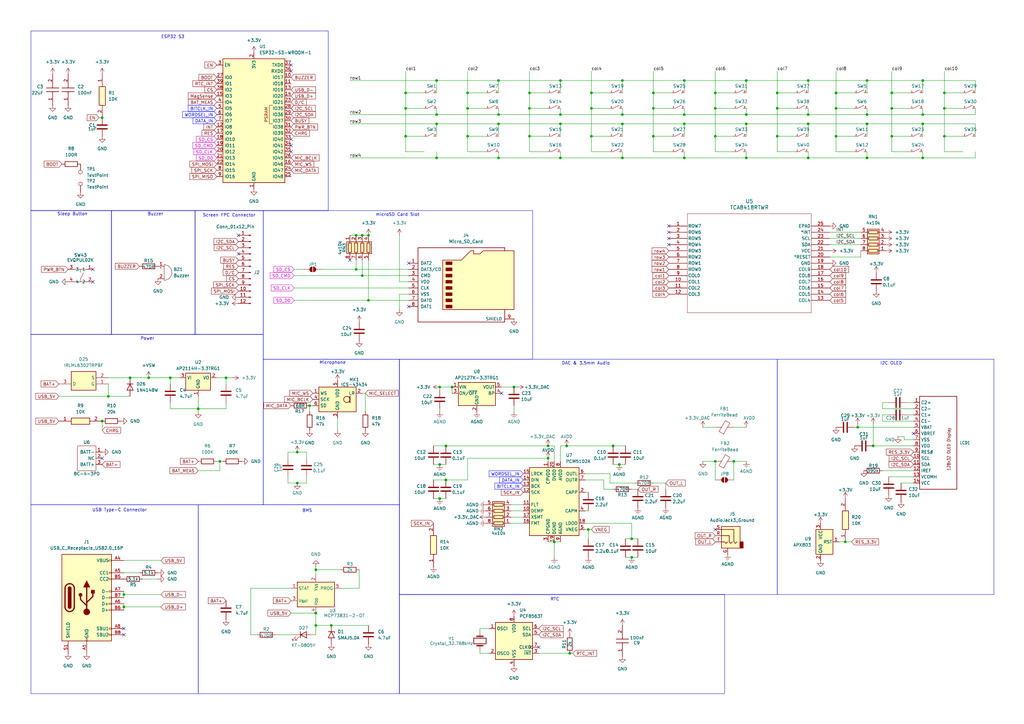
<source format=kicad_sch>
(kicad_sch (version 20231120) (generator "eeschema") (generator_version "8.0")
  (paper "A3")
  (title_block (title "E-Ink PDA Keyboard") (date "2024-10-22") (rev "V1.0") (comment 1 "Note: Parts based on JLCPCB basic parts library. Basic parts used where possible."))
  (junction (at 204.47 64.77))
  (junction (at 355.6 33.02))
  (junction (at 50.8 243.84))
  (junction (at 229.87 33.02))
  (junction (at 217.17 44.45))
  (junction (at 318.77 44.45))
  (junction (at 255.27 33.02))
  (junction (at 331.47 64.77))
  (junction (at 306.07 64.77))
  (junction (at 293.37 44.45))
  (junction (at 255.27 64.77))
  (junction (at 224.79 187.96))
  (junction (at 229.87 50.8))
  (junction (at 121.92 198.12))
  (junction (at 180.34 204.47))
  (junction (at 229.87 64.77))
  (junction (at 129.54 233.68))
  (junction (at 293.37 189.23))
  (junction (at 179.07 33.02))
  (junction (at 378.46 33.02))
  (junction (at 229.87 46.99))
  (junction (at 365.76 38.1))
  (junction (at 306.07 50.8))
  (junction (at 331.47 50.8))
  (junction (at 146.05 96.52))
  (junction (at 41.91 48.26))
  (junction (at 90.17 189.23))
  (junction (at 331.47 33.02))
  (junction (at 365.76 44.45))
  (junction (at 166.37 38.1))
  (junction (at 129.54 251.46))
  (junction (at 280.67 50.8))
  (junction (at 255.27 46.99))
  (junction (at 306.07 46.99))
  (junction (at 267.97 38.1))
  (junction (at 259.08 220.98))
  (junction (at 179.07 50.8))
  (junction (at 204.47 33.02))
  (junction (at 148.59 96.52))
  (junction (at 346.71 222.25))
  (junction (at 179.07 64.77))
  (junction (at 242.57 38.1))
  (junction (at 378.46 64.77))
  (junction (at 251.46 182.88))
  (junction (at 232.41 182.88))
  (junction (at 255.27 50.8))
  (junction (at 358.14 182.88))
  (junction (at 342.9 55.88))
  (junction (at 293.37 38.1))
  (junction (at 365.76 55.88))
  (junction (at 280.67 46.99))
  (junction (at 355.6 46.99))
  (junction (at 331.47 46.99))
  (junction (at 210.82 158.75))
  (junction (at 378.46 46.99))
  (junction (at 242.57 55.88))
  (junction (at 204.47 50.8))
  (junction (at 60.96 154.94))
  (junction (at 166.37 44.45))
  (junction (at 41.91 172.72))
  (junction (at 351.79 175.26))
  (junction (at 204.47 46.99))
  (junction (at 217.17 55.88))
  (junction (at 180.34 158.75))
  (junction (at 92.71 154.94))
  (junction (at 280.67 64.77))
  (junction (at 180.34 190.5))
  (junction (at 259.08 228.6))
  (junction (at 233.68 267.97))
  (junction (at 191.77 38.1))
  (junction (at 227.33 222.25))
  (junction (at 280.67 33.02))
  (junction (at 318.77 38.1))
  (junction (at 179.07 46.99))
  (junction (at 254 190.5))
  (junction (at 53.34 154.94))
  (junction (at 69.85 154.94))
  (junction (at 267.97 55.88))
  (junction (at 355.6 50.8))
  (junction (at 387.35 44.45))
  (junction (at 191.77 44.45))
  (junction (at 148.59 113.03))
  (junction (at 129.54 256.54))
  (junction (at 182.88 182.88))
  (junction (at 293.37 55.88))
  (junction (at 342.9 38.1))
  (junction (at 182.88 196.85))
  (junction (at 318.77 55.88))
  (junction (at 127 166.37))
  (junction (at 378.46 50.8))
  (junction (at 166.37 55.88))
  (junction (at 241.3 217.17))
  (junction (at 387.35 55.88))
  (junction (at 44.45 162.56))
  (junction (at 306.07 33.02))
  (junction (at 267.97 44.45))
  (junction (at 151.13 96.52))
  (junction (at 135.89 256.54))
  (junction (at 151.13 123.19))
  (junction (at 355.6 64.77))
  (junction (at 146.05 110.49))
  (junction (at 242.57 44.45))
  (junction (at 342.9 44.45))
  (junction (at 50.8 248.92))
  (junction (at 387.35 38.1))
  (junction (at 300.99 189.23))
  (junction (at 185.42 158.75))
  (junction (at 121.92 185.42))
  (junction (at 81.28 167.64))
  (junction (at 217.17 38.1))
  (junction (at 224.79 182.88))
  (junction (at 191.77 55.88))
  (no_connect (at 205.74 161.29))
  (no_connect (at 50.8 260.35))
  (no_connect (at 119.38 29.21))
  (no_connect (at 274.32 97.79))
  (no_connect (at 167.64 107.95))
  (no_connect (at 119.38 59.69))
  (no_connect (at 50.8 257.81))
  (no_connect (at 374.65 177.8))
  (no_connect (at 143.51 106.68))
  (no_connect (at 220.98 265.43))
  (no_connect (at 274.32 92.71))
  (no_connect (at 119.38 26.67))
  (no_connect (at 167.64 125.73))
  (no_connect (at 119.38 62.23))
  (no_connect (at 293.37 217.17))
  (no_connect (at 274.32 95.25))
  (no_connect (at 38.1 115.57))
  (no_connect (at 38.1 110.49))
  (no_connect (at 97.79 104.14))
  (no_connect (at 97.79 96.52))
  (no_connect (at 41.91 187.96))
  (no_connect (at 274.32 100.33))
  (no_connect (at 119.38 57.15))
  (wire (pts (xy 331.47 50.8) (xy 331.47 55.88)))
  (wire (pts (xy 102.87 260.35) (xy 102.87 241.3)))
  (wire (pts (xy 125.73 198.12) (xy 125.73 195.58)))
  (wire (pts (xy 361.95 165.1) (xy 361.95 167.64)))
  (wire (pts (xy 118.11 198.12) (xy 121.92 198.12)))
  (wire (pts (xy 166.37 62.23) (xy 173.99 62.23)))
  (wire (pts (xy 288.29 175.26) (xy 293.37 175.26)))
  (wire (pts (xy 180.34 160.02) (xy 180.34 158.75)))
  (wire (pts (xy 129.54 256.54) (xy 129.54 260.35)))
  (wire (pts (xy 331.47 64.77) (xy 355.6 64.77)))
  (wire (pts (xy 229.87 189.23) (xy 229.87 182.88)))
  (wire (pts (xy 400.05 46.99) (xy 400.05 44.45)))
  (wire (pts (xy 57.15 234.95) (xy 50.8 234.95)))
  (wire (pts (xy 146.05 106.68) (xy 146.05 110.49)))
  (wire (pts (xy 372.11 170.18) (xy 374.65 170.18)))
  (wire (pts (xy 204.47 46.99) (xy 179.07 46.99)))
  (wire (pts (xy 242.57 44.45) (xy 242.57 55.88)))
  (wire (pts (xy 318.77 44.45) (xy 326.39 44.45)))
  (wire (pts (xy 191.77 38.1) (xy 199.39 38.1)))
  (wire (pts (xy 69.85 154.94) (xy 69.85 157.48)))
  (wire (pts (xy 209.55 209.55) (xy 214.63 209.55)))
  (wire (pts (xy 146.05 110.49) (xy 167.64 110.49)))
  (wire (pts (xy 293.37 44.45) (xy 293.37 55.88)))
  (wire (pts (xy 400.05 50.8) (xy 400.05 55.88)))
  (wire (pts (xy 387.35 38.1) (xy 387.35 44.45)))
  (wire (pts (xy 331.47 50.8) (xy 355.6 50.8)))
  (wire (pts (xy 255.27 64.77) (xy 229.87 64.77)))
  (wire (pts (xy 255.27 50.8) (xy 255.27 55.88)))
  (wire (pts (xy 227.33 182.88) (xy 224.79 182.88)))
  (wire (pts (xy 400.05 64.77) (xy 400.05 62.23)))
  (wire (pts (xy 210.82 158.75) (xy 212.09 158.75)))
  (wire (pts (xy 217.17 44.45) (xy 224.79 44.45)))
  (wire (pts (xy 177.8 182.88) (xy 182.88 182.88)))
  (wire (pts (xy 331.47 46.99) (xy 331.47 44.45)))
  (wire (pts (xy 351.79 175.26) (xy 374.65 175.26)))
  (wire (pts (xy 217.17 38.1) (xy 224.79 38.1)))
  (wire (pts (xy 217.17 55.88) (xy 217.17 62.23)))
  (wire (pts (xy 179.07 50.8) (xy 179.07 55.88)))
  (wire (pts (xy 255.27 33.02) (xy 255.27 38.1)))
  (wire (pts (xy 240.03 217.17) (xy 241.3 217.17)))
  (wire (pts (xy 355.6 64.77) (xy 378.46 64.77)))
  (wire (pts (xy 378.46 64.77) (xy 378.46 62.23)))
  (wire (pts (xy 247.65 200.66) (xy 251.46 200.66)))
  (wire (pts (xy 166.37 55.88) (xy 173.99 55.88)))
  (wire (pts (xy 147.32 233.68) (xy 147.32 241.3)))
  (wire (pts (xy 255.27 46.99) (xy 255.27 44.45)))
  (wire (pts (xy 204.47 33.02) (xy 204.47 38.1)))
  (wire (pts (xy 344.17 222.25) (xy 346.71 222.25)))
  (wire (pts (xy 129.54 233.68) (xy 139.7 233.68)))
  (wire (pts (xy 267.97 44.45) (xy 275.59 44.45)))
  (wire (pts (xy 177.8 204.47) (xy 180.34 204.47)))
  (wire (pts (xy 88.9 189.23) (xy 90.17 189.23)))
  (wire (pts (xy 143.51 50.8) (xy 179.07 50.8)))
  (wire (pts (xy 293.37 38.1) (xy 300.99 38.1)))
  (wire (pts (xy 182.88 182.88) (xy 224.79 182.88)))
  (wire (pts (xy 242.57 55.88) (xy 250.19 55.88)))
  (wire (pts (xy 180.34 190.5) (xy 182.88 190.5)))
  (wire (pts (xy 387.35 44.45) (xy 387.35 55.88)))
  (wire (pts (xy 229.87 182.88) (xy 232.41 182.88)))
  (wire (pts (xy 273.05 200.66) (xy 273.05 198.12)))
  (wire (pts (xy 331.47 33.02) (xy 306.07 33.02)))
  (wire (pts (xy 255.27 50.8) (xy 229.87 50.8)))
  (wire (pts (xy 127 168.91) (xy 127 166.37)))
  (wire (pts (xy 280.67 46.99) (xy 255.27 46.99)))
  (wire (pts (xy 293.37 189.23) (xy 293.37 196.85)))
  (wire (pts (xy 166.37 38.1) (xy 173.99 38.1)))
  (wire (pts (xy 242.57 62.23) (xy 250.19 62.23)))
  (wire (pts (xy 113.03 260.35) (xy 120.65 260.35)))
  (wire (pts (xy 121.92 198.12) (xy 125.73 198.12)))
  (wire (pts (xy 120.65 110.49) (xy 124.46 110.49)))
  (wire (pts (xy 191.77 44.45) (xy 199.39 44.45)))
  (wire (pts (xy 378.46 64.77) (xy 400.05 64.77)))
  (wire (pts (xy 227.33 222.25) (xy 224.79 222.25)))
  (wire (pts (xy 229.87 64.77) (xy 229.87 62.23)))
  (wire (pts (xy 118.11 195.58) (xy 118.11 198.12)))
  (wire (pts (xy 185.42 158.75) (xy 185.42 161.29)))
  (wire (pts (xy 163.83 120.65) (xy 167.64 120.65)))
  (wire (pts (xy 166.37 55.88) (xy 166.37 62.23)))
  (wire (pts (xy 120.65 113.03) (xy 148.59 113.03)))
  (wire (pts (xy 267.97 38.1) (xy 267.97 44.45)))
  (wire (pts (xy 340.36 100.33) (xy 353.06 100.33)))
  (wire (pts (xy 372.11 165.1) (xy 374.65 165.1)))
  (wire (pts (xy 44.45 154.94) (xy 53.34 154.94)))
  (wire (pts (xy 342.9 38.1) (xy 350.52 38.1)))
  (wire (pts (xy 342.9 55.88) (xy 350.52 55.88)))
  (wire (pts (xy 293.37 62.23) (xy 300.99 62.23)))
  (wire (pts (xy 217.17 62.23) (xy 224.79 62.23)))
  (wire (pts (xy 196.85 266.7) (xy 196.85 267.97)))
  (wire (pts (xy 149.86 168.91) (xy 149.86 161.29)))
  (wire (pts (xy 163.83 127) (xy 163.83 120.65)))
  (wire (pts (xy 365.76 62.23) (xy 373.38 62.23)))
  (wire (pts (xy 118.11 185.42) (xy 118.11 187.96)))
  (wire (pts (xy 224.79 187.96) (xy 191.77 187.96)))
  (wire (pts (xy 242.57 55.88) (xy 242.57 62.23)))
  (wire (pts (xy 358.14 173.99) (xy 358.14 182.88)))
  (wire (pts (xy 204.47 50.8) (xy 204.47 55.88)))
  (wire (pts (xy 102.87 260.35) (xy 105.41 260.35)))
  (wire (pts (xy 378.46 46.99) (xy 378.46 44.45)))
  (wire (pts (xy 340.36 105.41) (xy 353.06 105.41)))
  (wire (pts (xy 370.84 179.07) (xy 370.84 180.34)))
  (wire (pts (xy 254 190.5) (xy 256.54 190.5)))
  (wire (pts (xy 240.03 196.85) (xy 247.65 196.85)))
  (wire (pts (xy 331.47 64.77) (xy 331.47 62.23)))
  (wire (pts (xy 378.46 33.02) (xy 378.46 38.1)))
  (wire (pts (xy 342.9 38.1) (xy 342.9 44.45)))
  (wire (pts (xy 196.85 267.97) (xy 200.66 267.97)))
  (wire (pts (xy 255.27 33.02) (xy 229.87 33.02)))
  (wire (pts (xy 229.87 50.8) (xy 204.47 50.8)))
  (wire (pts (xy 191.77 62.23) (xy 199.39 62.23)))
  (wire (pts (xy 138.43 176.53) (xy 138.43 171.45)))
  (wire (pts (xy 227.33 222.25) (xy 229.87 222.25)))
  (wire (pts (xy 125.73 185.42) (xy 121.92 185.42)))
  (wire (pts (xy 353.06 105.41) (xy 353.06 102.87)))
  (wire (pts (xy 132.08 110.49) (xy 146.05 110.49)))
  (wire (pts (xy 90.17 189.23) (xy 91.44 189.23)))
  (wire (pts (xy 355.6 33.02) (xy 378.46 33.02)))
  (wire (pts (xy 267.97 55.88) (xy 275.59 55.88)))
  (wire (pts (xy 241.3 217.17) (xy 242.57 217.17)))
  (wire (pts (xy 259.08 220.98) (xy 261.62 220.98)))
  (wire (pts (xy 340.36 95.25) (xy 353.06 95.25)))
  (wire (pts (xy 255.27 64.77) (xy 255.27 62.23)))
  (wire (pts (xy 240.03 214.63) (xy 259.08 214.63)))
  (wire (pts (xy 259.08 200.66) (xy 261.62 200.66)))
  (wire (pts (xy 331.47 46.99) (xy 355.6 46.99)))
  (wire (pts (xy 66.04 243.84) (xy 50.8 243.84)))
  (wire (pts (xy 81.28 168.91) (xy 81.28 167.64)))
  (wire (pts (xy 129.54 232.41) (xy 129.54 233.68)))
  (wire (pts (xy 280.67 33.02) (xy 280.67 38.1)))
  (wire (pts (xy 102.87 241.3) (xy 119.38 241.3)))
  (wire (pts (xy 280.67 50.8) (xy 255.27 50.8)))
  (wire (pts (xy 44.45 162.56) (xy 44.45 157.48)))
  (wire (pts (xy 306.07 64.77) (xy 306.07 62.23)))
  (wire (pts (xy 355.6 33.02) (xy 355.6 38.1)))
  (wire (pts (xy 182.88 196.85) (xy 191.77 196.85)))
  (wire (pts (xy 204.47 50.8) (xy 179.07 50.8)))
  (wire (pts (xy 148.59 106.68) (xy 148.59 113.03)))
  (wire (pts (xy 229.87 50.8) (xy 229.87 55.88)))
  (wire (pts (xy 365.76 29.21) (xy 365.76 38.1)))
  (wire (pts (xy 365.76 44.45) (xy 365.76 55.88)))
  (wire (pts (xy 306.07 46.99) (xy 280.67 46.99)))
  (wire (pts (xy 81.28 167.64) (xy 92.71 167.64)))
  (wire (pts (xy 191.77 187.96) (xy 191.77 196.85)))
  (wire (pts (xy 50.8 248.92) (xy 50.8 250.19)))
  (wire (pts (xy 180.34 168.91) (xy 180.34 167.64)))
  (wire (pts (xy 217.17 38.1) (xy 217.17 44.45)))
  (wire (pts (xy 209.55 212.09) (xy 214.63 212.09)))
  (wire (pts (xy 331.47 50.8) (xy 306.07 50.8)))
  (wire (pts (xy 204.47 64.77) (xy 179.07 64.77)))
  (wire (pts (xy 50.8 243.84) (xy 50.8 242.57)))
  (wire (pts (xy 267.97 44.45) (xy 267.97 55.88)))
  (wire (pts (xy 163.83 115.57) (xy 167.64 115.57)))
  (wire (pts (xy 280.67 64.77) (xy 280.67 62.23)))
  (wire (pts (xy 306.07 33.02) (xy 280.67 33.02)))
  (wire (pts (xy 318.77 38.1) (xy 318.77 44.45)))
  (wire (pts (xy 300.99 175.26) (xy 306.07 175.26)))
  (wire (pts (xy 251.46 182.88) (xy 256.54 182.88)))
  (wire (pts (xy 306.07 50.8) (xy 280.67 50.8)))
  (wire (pts (xy 92.71 154.94) (xy 92.71 157.48)))
  (wire (pts (xy 355.6 64.77) (xy 355.6 62.23)))
  (wire (pts (xy 127 166.37) (xy 128.27 166.37)))
  (wire (pts (xy 365.76 38.1) (xy 365.76 44.45)))
  (wire (pts (xy 229.87 33.02) (xy 204.47 33.02)))
  (wire (pts (xy 66.04 229.87) (xy 50.8 229.87)))
  (wire (pts (xy 350.52 175.26) (xy 351.79 175.26)))
  (wire (pts (xy 191.77 55.88) (xy 199.39 55.88)))
  (wire (pts (xy 387.35 29.21) (xy 387.35 38.1)))
  (wire (pts (xy 53.34 162.56) (xy 44.45 162.56)))
  (wire (pts (xy 191.77 29.21) (xy 191.77 38.1)))
  (wire (pts (xy 41.91 176.53) (xy 41.91 172.72)))
  (wire (pts (xy 146.05 96.52) (xy 148.59 96.52)))
  (wire (pts (xy 361.95 167.64) (xy 374.65 167.64)))
  (wire (pts (xy 342.9 44.45) (xy 350.52 44.45)))
  (wire (pts (xy 232.41 182.88) (xy 251.46 182.88)))
  (wire (pts (xy 365.76 44.45) (xy 373.38 44.45)))
  (wire (pts (xy 306.07 64.77) (xy 280.67 64.77)))
  (wire (pts (xy 387.35 55.88) (xy 394.97 55.88)))
  (wire (pts (xy 227.33 189.23) (xy 227.33 182.88)))
  (wire (pts (xy 378.46 50.8) (xy 378.46 55.88)))
  (wire (pts (xy 331.47 33.02) (xy 331.47 38.1)))
  (wire (pts (xy 53.34 154.94) (xy 60.96 154.94)))
  (wire (pts (xy 81.28 193.04) (xy 90.17 193.04)))
  (wire (pts (xy 318.77 29.21) (xy 318.77 38.1)))
  (wire (pts (xy 387.35 44.45) (xy 394.97 44.45)))
  (wire (pts (xy 209.55 207.01) (xy 214.63 207.01)))
  (wire (pts (xy 256.54 228.6) (xy 259.08 228.6)))
  (wire (pts (xy 143.51 96.52) (xy 146.05 96.52)))
  (wire (pts (xy 64.77 237.49) (xy 58.42 237.49)))
  (wire (pts (xy 256.54 220.98) (xy 259.08 220.98)))
  (wire (pts (xy 44.45 162.56) (xy 24.13 162.56)))
  (wire (pts (xy 318.77 38.1) (xy 326.39 38.1)))
  (wire (pts (xy 92.71 154.94) (xy 95.25 154.94)))
  (wire (pts (xy 306.07 189.23) (xy 300.99 189.23)))
  (wire (pts (xy 370.84 180.34) (xy 374.65 180.34)))
  (wire (pts (xy 234.95 267.97) (xy 233.68 267.97)))
  (wire (pts (xy 227.33 228.6) (xy 227.33 222.25)))
  (wire (pts (xy 119.38 251.46) (xy 129.54 251.46)))
  (wire (pts (xy 280.67 33.02) (xy 255.27 33.02)))
  (wire (pts (xy 378.46 46.99) (xy 400.05 46.99)))
  (wire (pts (xy 355.6 50.8) (xy 378.46 50.8)))
  (wire (pts (xy 69.85 167.64) (xy 81.28 167.64)))
  (wire (pts (xy 250.19 198.12) (xy 260.35 198.12)))
  (wire (pts (xy 251.46 190.5) (xy 254 190.5)))
  (wire (pts (xy 300.99 189.23) (xy 300.99 196.85)))
  (wire (pts (xy 365.76 55.88) (xy 365.76 62.23)))
  (wire (pts (xy 358.14 182.88) (xy 374.65 182.88)))
  (wire (pts (xy 166.37 29.21) (xy 166.37 38.1)))
  (wire (pts (xy 147.32 241.3) (xy 139.7 241.3)))
  (wire (pts (xy 355.6 46.99) (xy 378.46 46.99)))
  (wire (pts (xy 125.73 187.96) (xy 125.73 185.42)))
  (wire (pts (xy 180.34 204.47) (xy 182.88 204.47)))
  (wire (pts (xy 69.85 154.94) (xy 73.66 154.94)))
  (wire (pts (xy 135.89 256.54) (xy 151.13 256.54)))
  (wire (pts (xy 191.77 44.45) (xy 191.77 55.88)))
  (wire (pts (xy 306.07 50.8) (xy 306.07 55.88)))
  (wire (pts (xy 217.17 44.45) (xy 217.17 55.88)))
  (wire (pts (xy 267.97 55.88) (xy 267.97 62.23)))
  (wire (pts (xy 378.46 33.02) (xy 400.05 33.02)))
  (wire (pts (xy 361.95 165.1) (xy 364.49 165.1)))
  (wire (pts (xy 118.11 185.42) (xy 121.92 185.42)))
  (wire (pts (xy 177.8 196.85) (xy 182.88 196.85)))
  (wire (pts (xy 242.57 38.1) (xy 242.57 44.45)))
  (wire (pts (xy 69.85 165.1) (xy 69.85 167.64)))
  (wire (pts (xy 191.77 55.88) (xy 191.77 62.23)))
  (wire (pts (xy 179.07 33.02) (xy 179.07 38.1)))
  (wire (pts (xy 148.59 113.03) (xy 167.64 113.03)))
  (wire (pts (xy 240.03 209.55) (xy 241.3 209.55)))
  (wire (pts (xy 331.47 64.77) (xy 306.07 64.77)))
  (wire (pts (xy 242.57 44.45) (xy 250.19 44.45)))
  (wire (pts (xy 151.13 123.19) (xy 167.64 123.19)))
  (wire (pts (xy 240.03 201.93) (xy 241.3 201.93)))
  (wire (pts (xy 364.49 195.58) (xy 374.65 195.58)))
  (wire (pts (xy 318.77 44.45) (xy 318.77 55.88)))
  (wire (pts (xy 368.3 179.07) (xy 370.84 179.07)))
  (wire (pts (xy 229.87 46.99) (xy 229.87 44.45)))
  (wire (pts (xy 81.28 167.64) (xy 81.28 162.56)))
  (wire (pts (xy 318.77 62.23) (xy 326.39 62.23)))
  (wire (pts (xy 340.36 97.79) (xy 353.06 97.79)))
  (wire (pts (xy 151.13 106.68) (xy 151.13 123.19)))
  (wire (pts (xy 361.95 170.18) (xy 361.95 172.72)))
  (wire (pts (xy 280.67 46.99) (xy 280.67 44.45)))
  (wire (pts (xy 179.07 44.45) (xy 179.07 46.99)))
  (wire (pts (xy 50.8 243.84) (xy 50.8 245.11)))
  (wire (pts (xy 217.17 55.88) (xy 224.79 55.88)))
  (wire (pts (xy 210.82 166.37) (xy 210.82 168.91)))
  (wire (pts (xy 143.51 33.02) (xy 179.07 33.02)))
  (wire (pts (xy 204.47 33.02) (xy 179.07 33.02)))
  (wire (pts (xy 129.54 233.68) (xy 129.54 236.22)))
  (wire (pts (xy 129.54 251.46) (xy 129.54 256.54)))
  (wire (pts (xy 163.83 96.52) (xy 163.83 115.57)))
  (wire (pts (xy 293.37 55.88) (xy 300.99 55.88)))
  (wire (pts (xy 369.57 198.12) (xy 374.65 198.12)))
  (wire (pts (xy 129.54 256.54) (xy 135.89 256.54)))
  (wire (pts (xy 331.47 46.99) (xy 306.07 46.99)))
  (wire (pts (xy 361.95 170.18) (xy 364.49 170.18)))
  (wire (pts (xy 120.65 123.19) (xy 151.13 123.19)))
  (wire (pts (xy 306.07 46.99) (xy 306.07 44.45)))
  (wire (pts (xy 331.47 33.02) (xy 355.6 33.02)))
  (wire (pts (xy 306.07 33.02) (xy 306.07 38.1)))
  (wire (pts (xy 143.51 64.77) (xy 179.07 64.77)))
  (wire (pts (xy 241.3 220.98) (xy 241.3 217.17)))
  (wire (pts (xy 293.37 55.88) (xy 293.37 62.23)))
  (wire (pts (xy 342.9 62.23) (xy 350.52 62.23)))
  (wire (pts (xy 342.9 44.45) (xy 342.9 55.88)))
  (wire (pts (xy 204.47 46.99) (xy 204.47 44.45)))
  (wire (pts (xy 242.57 29.21) (xy 242.57 38.1)))
  (wire (pts (xy 318.77 55.88) (xy 326.39 55.88)))
  (wire (pts (xy 148.59 96.52) (xy 151.13 96.52)))
  (wire (pts (xy 191.77 38.1) (xy 191.77 44.45)))
  (wire (pts (xy 149.86 161.29) (xy 148.59 161.29)))
  (wire (pts (xy 365.76 55.88) (xy 373.38 55.88)))
  (wire (pts (xy 166.37 38.1) (xy 166.37 44.45)))
  (wire (pts (xy 342.9 55.88) (xy 342.9 62.23)))
  (wire (pts (xy 361.95 193.04) (xy 374.65 193.04)))
  (wire (pts (xy 129.54 260.35) (xy 128.27 260.35)))
  (wire (pts (xy 293.37 44.45) (xy 300.99 44.45)))
  (wire (pts (xy 242.57 38.1) (xy 250.19 38.1)))
  (wire (pts (xy 229.87 33.02) (xy 229.87 38.1)))
  (wire (pts (xy 280.67 50.8) (xy 280.67 55.88)))
  (wire (pts (xy 293.37 29.21) (xy 293.37 38.1)))
  (wire (pts (xy 346.71 222.25) (xy 349.25 222.25)))
  (wire (pts (xy 351.79 175.26) (xy 351.79 173.99)))
  (wire (pts (xy 280.67 64.77) (xy 255.27 64.77)))
  (wire (pts (xy 143.51 46.99) (xy 179.07 46.99)))
  (wire (pts (xy 196.85 259.08) (xy 196.85 257.81)))
  (wire (pts (xy 66.04 248.92) (xy 50.8 248.92)))
  (wire (pts (xy 229.87 64.77) (xy 204.47 64.77)))
  (wire (pts (xy 288.29 189.23) (xy 293.37 189.23)))
  (wire (pts (xy 205.74 158.75) (xy 210.82 158.75)))
  (wire (pts (xy 220.98 267.97) (xy 233.68 267.97)))
  (wire (pts (xy 355.6 46.99) (xy 355.6 44.45)))
  (wire (pts (xy 387.35 62.23) (xy 394.97 62.23)))
  (wire (pts (xy 267.97 38.1) (xy 275.59 38.1)))
  (wire (pts (xy 209.55 214.63) (xy 214.63 214.63)))
  (wire (pts (xy 365.76 38.1) (xy 373.38 38.1)))
  (wire (pts (xy 120.65 118.11) (xy 167.64 118.11)))
  (wire (pts (xy 50.8 248.92) (xy 50.8 247.65)))
  (wire (pts (xy 247.65 196.85) (xy 247.65 200.66)))
  (wire (pts (xy 255.27 46.99) (xy 229.87 46.99)))
  (wire (pts (xy 92.71 165.1) (xy 92.71 167.64)))
  (wire (pts (xy 180.34 190.5) (xy 177.8 190.5)))
  (wire (pts (xy 293.37 38.1) (xy 293.37 44.45)))
  (wire (pts (xy 342.9 29.21) (xy 342.9 38.1)))
  (wire (pts (xy 267.97 29.21) (xy 267.97 38.1)))
  (wire (pts (xy 387.35 55.88) (xy 387.35 62.23)))
  (wire (pts (xy 259.08 214.63) (xy 259.08 220.98)))
  (wire (pts (xy 400.05 33.02) (xy 400.05 38.1)))
  (wire (pts (xy 240.03 194.31) (xy 250.19 194.31)))
  (wire (pts (xy 273.05 198.12) (xy 267.97 198.12)))
  (wire (pts (xy 224.79 187.96) (xy 224.79 189.23)))
  (wire (pts (xy 166.37 44.45) (xy 173.99 44.45)))
  (wire (pts (xy 217.17 29.21) (xy 217.17 38.1)))
  (wire (pts (xy 180.34 158.75) (xy 185.42 158.75)))
  (wire (pts (xy 259.08 228.6) (xy 261.62 228.6)))
  (wire (pts (xy 387.35 38.1) (xy 394.97 38.1)))
  (wire (pts (xy 204.47 64.77) (xy 204.47 62.23)))
  (wire (pts (xy 88.9 154.94) (xy 92.71 154.94)))
  (wire (pts (xy 355.6 50.8) (xy 355.6 55.88)))
  (wire (pts (xy 267.97 62.23) (xy 275.59 62.23)))
  (wire (pts (xy 196.85 257.81) (xy 200.66 257.81)))
  (wire (pts (xy 378.46 50.8) (xy 400.05 50.8)))
  (wire (pts (xy 361.95 172.72) (xy 374.65 172.72)))
  (wire (pts (xy 40.64 48.26) (xy 41.91 48.26)))
  (wire (pts (xy 90.17 189.23) (xy 90.17 193.04)))
  (wire (pts (xy 250.19 194.31) (xy 250.19 198.12)))
  (wire (pts (xy 166.37 44.45) (xy 166.37 55.88)))
  (wire (pts (xy 179.07 64.77) (xy 179.07 62.23)))
  (wire (pts (xy 318.77 55.88) (xy 318.77 62.23)))
  (wire (pts (xy 60.96 154.94) (xy 69.85 154.94)))
  (wire (pts (xy 229.87 46.99) (xy 204.47 46.99)))
  (rectangle (start 163.83 243.84) (end 297.18 284.48))
  (rectangle (start 12.7 86.36) (end 45.72 137.16))
  (rectangle (start 318.77 147.32) (end 407.67 243.84))
  (rectangle (start 107.95 147.32) (end 163.83 207.01))
  (rectangle (start 81.28 207.01) (end 163.83 284.48))
  (rectangle (start 163.83 147.32) (end 318.77 243.84))
  (rectangle (start 107.95 86.36) (end 218.44 147.32))
  (rectangle (start 12.7 12.7) (end 134.62 86.36))
  (rectangle (start 80.01 86.36) (end 107.95 137.16))
  (rectangle (start 12.7 137.16) (end 107.95 207.01))
  (rectangle (start 45.72 86.36) (end 80.01 137.16))
  (rectangle (start 12.7 207.01) (end 81.28 284.48))
  (text "Microphone" (at 136.398 148.844 0) (effects (font (size 1.27 1.27))))
  (text "ESP32 S3" (at 70.866 15.24 0) (effects (font (size 1.27 1.27))))
  (text "RTC" (at 227.584 245.872 0) (effects (font (size 1.27 1.27))))
  (text "Screen FPC Connector" (at 93.98 88.392 0) (effects (font (size 1.27 1.27))))
  (text "Buzzer" (at 63.754 87.884 0) (effects (font (size 1.27 1.27))))
  (text "Power" (at 60.452 138.938 0) (effects (font (size 1.27 1.27))))
  (text "microSD Card Slot" (at 163.068 88.138 0) (effects (font (size 1.27 1.27))))
  (text "USB Type-C Connector\n" (at 49.022 209.296 0) (effects (font (size 1.27 1.27))))
  (text "DAC & 3.5mm Audio" (at 240.284 149.098 0) (effects (font (size 1.27 1.27))))
  (text "Sleep Button" (at 29.718 87.884 0) (effects (font (size 1.27 1.27))))
  (text "BMS\n" (at 125.984 209.55 0) (effects (font (size 1.27 1.27))))
  (text "I2C OLED" (at 365.506 149.098 0) (effects (font (size 1.27 1.27))))
  (label "col10" (at 387.35 29.21 0))
  (label "col5" (at 267.97 29.21 0))
  (label "row2" (at 143.51 46.99 0))
  (label "col3" (at 217.17 29.21 0))
  (label "col1" (at 166.37 29.21 0))
  (label "col7" (at 318.77 29.21 0))
  (label "col9" (at 365.76 29.21 0))
  (label "I2C_SDA" (at 342.9 100.33 0))
  (label "row4" (at 143.51 64.77 0))
  (label "col6" (at 293.37 29.21 0))
  (label "col2" (at 191.77 29.21 0))
  (label "I2C_SCL" (at 342.9 97.79 0))
  (label "col4" (at 242.57 29.21 0))
  (label "col8" (at 342.9 29.21 0))
  (label "INT" (at 342.9 95.25 0))
  (label "row3" (at 143.51 50.8 0))
  (label "row1" (at 143.51 33.02 0))
  (global_label "USB_5V" (shape input) (at 119.38 251.46 180) (property "Intersheetrefs" "${INTERSHEET_REFS}" (effects (hide yes))))
  (global_label "RTC_INT" (shape input) (at 88.9 34.29 180) (property "Intersheetrefs" "${INTERSHEET_REFS}" (effects (hide yes))))
  (global_label "I2C_SDA" (shape input) (at 374.65 190.5 180) (property "Intersheetrefs" "${INTERSHEET_REFS}" (effects (hide yes))))
  (global_label "DATA_IN" (shape input) (at 88.9 49.53 180) (property "Intersheetrefs" "${INTERSHEET_REFS}" (effects (hide yes))))
  (global_label "I2C_SCL" (shape input) (at 97.79 101.6 180) (property "Intersheetrefs" "${INTERSHEET_REFS}" (effects (hide yes))))
  (global_label "PWR_BTN" (shape input) (at 119.38 52.07 0) (property "Intersheetrefs" "${INTERSHEET_REFS}" (effects (hide yes))))
  (global_label "I2C_SDA" (shape input) (at 220.98 260.35 0) (property "Intersheetrefs" "${INTERSHEET_REFS}" (effects (hide yes))))
  (global_label "BUZZER" (shape input) (at 119.38 31.75 0) (property "Intersheetrefs" "${INTERSHEET_REFS}" (effects (hide yes))))
  (global_label "BUSY" (shape input) (at 119.38 49.53 0) (property "Intersheetrefs" "${INTERSHEET_REFS}" (effects (hide yes))))
  (global_label "SCK_IN" (shape input) (at 177.8 214.63 180) (property "Intersheetrefs" "${INTERSHEET_REFS}" (effects (hide yes))))
  (global_label "EN" (shape input) (at 88.9 26.67 180) (property "Intersheetrefs" "${INTERSHEET_REFS}" (effects (hide yes))))
  (global_label "USB_5V" (shape input) (at 24.13 162.56 180) (property "Intersheetrefs" "${INTERSHEET_REFS}" (effects (hide yes))))
  (global_label "I2C_SCL" (shape input) (at 119.38 44.45 0) (property "Intersheetrefs" "${INTERSHEET_REFS}" (effects (hide yes))))
  (global_label "BAT_MEAS" (shape input) (at 81.28 193.04 180) (property "Intersheetrefs" "${INTERSHEET_REFS}" (effects (hide yes))))
  (global_label "SPI_MOSI" (shape input) (at 88.9 67.31 180) (property "Intersheetrefs" "${INTERSHEET_REFS}" (effects (hide yes))))
  (global_label "MIC_DATA" (shape input) (at 119.38 69.85 0) (property "Intersheetrefs" "${INTERSHEET_REFS}" (effects (hide yes))))
  (global_label "OUT_R" (shape input) (at 293.37 219.71 180) (property "Intersheetrefs" "${INTERSHEET_REFS}" (effects (hide yes))))
  (global_label "INT" (shape input) (at 88.9 52.07 180) (property "Intersheetrefs" "${INTERSHEET_REFS}" (effects (hide yes))))
  (global_label "BOOT" (shape input) (at 25.4 67.31 180) (property "Intersheetrefs" "${INTERSHEET_REFS}" (effects (hide yes))))
  (global_label "CHRG" (shape input) (at 41.91 176.53 0) (property "Intersheetrefs" "${INTERSHEET_REFS}" (effects (hide yes))))
  (global_label "SD_CMD" (shape input) (at 120.65 113.03 180) (property "Intersheetrefs" "${INTERSHEET_REFS}" (effects (hide yes))))
  (global_label "OUT_L" (shape input) (at 273.05 198.12 0) (property "Intersheetrefs" "${INTERSHEET_REFS}" (effects (hide yes))))
  (global_label "OUT_R" (shape input) (at 261.62 200.66 0) (property "Intersheetrefs" "${INTERSHEET_REFS}" (effects (hide yes))))
  (global_label "SD_CLK" (shape input) (at 120.65 118.11 180) (property "Intersheetrefs" "${INTERSHEET_REFS}" (effects (hide yes))))
  (global_label "CS" (shape input) (at 88.9 36.83 180) (property "Intersheetrefs" "${INTERSHEET_REFS}" (effects (hide yes))))
  (global_label "col7" (shape input) (at 340.36 118.11 0) (property "Intersheetrefs" "${INTERSHEET_REFS}" (effects (hide yes))))
  (global_label "SD_CS" (shape input) (at 120.65 110.49 180) (property "Intersheetrefs" "${INTERSHEET_REFS}" (effects (hide yes))))
  (global_label "col8" (shape input) (at 340.36 115.57 0) (property "Intersheetrefs" "${INTERSHEET_REFS}" (effects (hide yes))))
  (global_label "EN" (shape input) (at 40.64 48.26 180) (property "Intersheetrefs" "${INTERSHEET_REFS}" (effects (hide yes))))
  (global_label "USB_5V" (shape input) (at 24.13 172.72 180) (property "Intersheetrefs" "${INTERSHEET_REFS}" (effects (hide yes))))
  (global_label "SD_CLK" (shape input) (at 88.9 62.23 180) (property "Intersheetrefs" "${INTERSHEET_REFS}" (effects (hide yes))))
  (global_label "MIC_WS" (shape input) (at 119.38 67.31 0) (property "Intersheetrefs" "${INTERSHEET_REFS}" (effects (hide yes))))
  (global_label "col5" (shape input) (at 340.36 123.19 0) (property "Intersheetrefs" "${INTERSHEET_REFS}" (effects (hide yes))))
  (global_label "D{slash}C" (shape input) (at 97.79 111.76 180) (property "Intersheetrefs" "${INTERSHEET_REFS}" (effects (hide yes))))
  (global_label "USB_5V" (shape input) (at 66.04 229.87 0) (property "Intersheetrefs" "${INTERSHEET_REFS}" (effects (hide yes))))
  (global_label "SPI_MOSI" (shape input) (at 97.79 119.38 180) (property "Intersheetrefs" "${INTERSHEET_REFS}" (effects (hide yes))))
  (global_label "VNEG" (shape input) (at 242.57 217.17 0) (property "Intersheetrefs" "${INTERSHEET_REFS}" (effects (hide yes))))
  (global_label "MIC_SELECT" (shape input) (at 149.86 161.29 0) (property "Intersheetrefs" "${INTERSHEET_REFS}" (effects (hide yes))))
  (global_label "USB_D-" (shape input) (at 119.38 36.83 0) (property "Intersheetrefs" "${INTERSHEET_REFS}" (effects (hide yes))))
  (global_label "MIC_DATA" (shape input) (at 119.38 166.37 180) (property "Intersheetrefs" "${INTERSHEET_REFS}" (effects (hide yes))))
  (global_label "row4" (shape input) (at 274.32 102.87 180) (property "Intersheetrefs" "${INTERSHEET_REFS}" (effects (hide yes))))
  (global_label "RES" (shape input) (at 97.79 109.22 180) (property "Intersheetrefs" "${INTERSHEET_REFS}" (effects (hide yes))))
  (global_label "I2C_SCL" (shape input) (at 220.98 257.81 0) (property "Intersheetrefs" "${INTERSHEET_REFS}" (effects (hide yes))))
  (global_label "col2" (shape input) (at 274.32 115.57 180) (property "Intersheetrefs" "${INTERSHEET_REFS}" (effects (hide yes))))
  (global_label "BOOT" (shape input) (at 88.9 31.75 180) (property "Intersheetrefs" "${INTERSHEET_REFS}" (effects (hide yes))))
  (global_label "BITCLK_IN" (shape input) (at 88.9 44.45 180) (property "Intersheetrefs" "${INTERSHEET_REFS}" (effects (hide yes))))
  (global_label "BAT+" (shape input) (at 81.28 189.23 180) (property "Intersheetrefs" "${INTERSHEET_REFS}" (effects (hide yes))))
  (global_label "col3" (shape input) (at 274.32 118.11 180) (property "Intersheetrefs" "${INTERSHEET_REFS}" (effects (hide yes))))
  (global_label "USB_D+" (shape input) (at 119.38 39.37 0) (property "Intersheetrefs" "${INTERSHEET_REFS}" (effects (hide yes))))
  (global_label "OUT_L" (shape input) (at 293.37 222.25 180) (property "Intersheetrefs" "${INTERSHEET_REFS}" (effects (hide yes))))
  (global_label "BUSY" (shape input) (at 97.79 106.68 180) (property "Intersheetrefs" "${INTERSHEET_REFS}" (effects (hide yes))))
  (global_label "USB_D+" (shape input) (at 66.04 248.92 0) (property "Intersheetrefs" "${INTERSHEET_REFS}" (effects (hide yes))))
  (global_label "SD_CMD" (shape input) (at 88.9 59.69 180) (property "Intersheetrefs" "${INTERSHEET_REFS}" (effects (hide yes))))
  (global_label "I2C_SDA" (shape input) (at 97.79 99.06 180) (property "Intersheetrefs" "${INTERSHEET_REFS}" (effects (hide yes))))
  (global_label "D{slash}C" (shape input) (at 119.38 41.91 0) (property "Intersheetrefs" "${INTERSHEET_REFS}" (effects (hide yes))))
  (global_label "CS" (shape input) (at 97.79 114.3 180) (property "Intersheetrefs" "${INTERSHEET_REFS}" (effects (hide yes))))
  (global_label "USB_D-" (shape input) (at 66.04 243.84 0) (property "Intersheetrefs" "${INTERSHEET_REFS}" (effects (hide yes))))
  (global_label "SPI_SCK" (shape input) (at 88.9 69.85 180) (property "Intersheetrefs" "${INTERSHEET_REFS}" (effects (hide yes))))
  (global_label "MIC_BCLK" (shape input) (at 128.27 163.83 180) (property "Intersheetrefs" "${INTERSHEET_REFS}" (effects (hide yes))))
  (global_label "MagSense" (shape input) (at 88.9 39.37 180) (property "Intersheetrefs" "${INTERSHEET_REFS}" (effects (hide yes))))
  (global_label "BUZZER" (shape input) (at 57.15 109.22 180) (property "Intersheetrefs" "${INTERSHEET_REFS}" (effects (hide yes))))
  (global_label "BAT_MEAS" (shape input) (at 88.9 41.91 180) (property "Intersheetrefs" "${INTERSHEET_REFS}" (effects (hide yes))))
  (global_label "col10" (shape input) (at 340.36 110.49 0) (property "Intersheetrefs" "${INTERSHEET_REFS}" (effects (hide yes))))
  (global_label "col4" (shape input) (at 274.32 120.65 180) (property "Intersheetrefs" "${INTERSHEET_REFS}" (effects (hide yes))))
  (global_label "BAT+" (shape input) (at 92.71 246.38 180) (property "Intersheetrefs" "${INTERSHEET_REFS}" (effects (hide yes))))
  (global_label "RES_3.3V" (shape input) (at 349.25 222.25 0) (property "Intersheetrefs" "${INTERSHEET_REFS}" (effects (hide yes))))
  (global_label "row3" (shape input) (at 274.32 105.41 180) (property "Intersheetrefs" "${INTERSHEET_REFS}" (effects (hide yes))))
  (global_label "DATA_IN" (shape input) (at 214.63 196.85 180) (property "Intersheetrefs" "${INTERSHEET_REFS}" (effects (hide yes))))
  (global_label "SD_D0" (shape input) (at 88.9 64.77 180) (property "Intersheetrefs" "${INTERSHEET_REFS}" (effects (hide yes))))
  (global_label "col6" (shape input) (at 340.36 120.65 0) (property "Intersheetrefs" "${INTERSHEET_REFS}" (effects (hide yes))))
  (global_label "WORDSEL_IN" (shape input) (at 214.63 194.31 180) (property "Intersheetrefs" "${INTERSHEET_REFS}" (effects (hide yes))))
  (global_label "RES_3.3V" (shape input) (at 374.65 185.42 180) (property "Intersheetrefs" "${INTERSHEET_REFS}" (effects (hide yes))))
  (global_label "WORDSEL_IN" (shape input) (at 88.9 46.99 180) (property "Intersheetrefs" "${INTERSHEET_REFS}" (effects (hide yes))))
  (global_label "BAT+" (shape input) (at 24.13 157.48 180) (property "Intersheetrefs" "${INTERSHEET_REFS}" (effects (hide yes))))
  (global_label "RES" (shape input) (at 88.9 54.61 180) (property "Intersheetrefs" "${INTERSHEET_REFS}" (effects (hide yes))))
  (global_label "row1" (shape input) (at 274.32 110.49 180) (property "Intersheetrefs" "${INTERSHEET_REFS}" (effects (hide yes))))
  (global_label "I2C_SDA" (shape input) (at 119.38 46.99 0) (property "Intersheetrefs" "${INTERSHEET_REFS}" (effects (hide yes))))
  (global_label "SD_CS" (shape input) (at 88.9 57.15 180) (property "Intersheetrefs" "${INTERSHEET_REFS}" (effects (hide yes))))
  (global_label "BAT+" (shape input) (at 41.91 190.5 0) (property "Intersheetrefs" "${INTERSHEET_REFS}" (effects (hide yes))))
  (global_label "PWR_BTN" (shape input) (at 27.94 110.49 180) (property "Intersheetrefs" "${INTERSHEET_REFS}" (effects (hide yes))))
  (global_label "CHRG" (shape input) (at 119.38 54.61 0) (property "Intersheetrefs" "${INTERSHEET_REFS}" (effects (hide yes))))
  (global_label "col9" (shape input) (at 340.36 113.03 0) (property "Intersheetrefs" "${INTERSHEET_REFS}" (effects (hide yes))))
  (global_label "row2" (shape input) (at 274.32 107.95 180) (property "Intersheetrefs" "${INTERSHEET_REFS}" (effects (hide yes))))
  (global_label "col1" (shape input) (at 274.32 113.03 180) (property "Intersheetrefs" "${INTERSHEET_REFS}" (effects (hide yes))))
  (global_label "BITCLK_IN" (shape input) (at 214.63 199.39 180) (property "Intersheetrefs" "${INTERSHEET_REFS}" (effects (hide yes))))
  (global_label "MIC_WS" (shape input) (at 128.27 161.29 180) (property "Intersheetrefs" "${INTERSHEET_REFS}" (effects (hide yes))))
  (global_label "MIC_BCLK" (shape input) (at 119.38 64.77 0) (property "Intersheetrefs" "${INTERSHEET_REFS}" (effects (hide yes))))
  (global_label "SPI_MISO" (shape input) (at 88.9 72.39 180) (property "Intersheetrefs" "${INTERSHEET_REFS}" (effects (hide yes))))
  (global_label "SPI_SCK" (shape input) (at 97.79 116.84 180) (property "Intersheetrefs" "${INTERSHEET_REFS}" (effects (hide yes))))
  (global_label "I2C_SCL" (shape input) (at 374.65 187.96 180) (property "Intersheetrefs" "${INTERSHEET_REFS}" (effects (hide yes))))
  (global_label "SD_D0" (shape input) (at 120.65 123.19 180) (property "Intersheetrefs" "${INTERSHEET_REFS}" (effects (hide yes))))
  (global_label "RTC_INT" (shape input) (at 234.95 267.97 0) (property "Intersheetrefs" "${INTERSHEET_REFS}" (effects (hide yes))))
  (global_label "SCK_IN" (shape input) (at 214.63 201.93 180) (property "Intersheetrefs" "${INTERSHEET_REFS}" (effects (hide yes))))
  (global_label "BAT+" (shape input) (at 119.38 246.38 180) (property "Intersheetrefs" "${INTERSHEET_REFS}" (effects (hide yes))))
  (symbol (lib_id "Device:C") (at 180.34 163.83 0) (mirror y) (unit 1)
    (property "Reference" "C22" (at 177.292 162.56 0) (effects (justify left)))
    (property "Value" "10uF" (at 177.546 165.1 0) (effects (justify left)))
    (property "Footprint" "Capacitor_SMD:C_0805_2012Metric" (effects (hide yes)))
    (property "Description" "Unpolarized capacitor" (effects (hide yes)))
    (property "LCSC Part #" "C15850" (effects (hide yes)))
  )
  (symbol (lib_id "power:GND") (at 135.89 264.16 0) (unit 1)
    (property "Reference" "#PWR030" (effects (hide yes)))
    (property "Value" "GND" (at 135.89 269.24 0))
    (property "Description" "Power symbol creates a global label with name \"GND\" , ground" (effects (hide yes)))
  )
  (symbol (lib_id "snaptron_7mm_doublesided:contact_pad") (at 252.73 59.69 0) (unit 1)
    (property "Reference" "SW22" (at 253.238 59.436 0))
    (property "Value" "~" (at 252.73 59.69 0))
    (property "Footprint" "snaptron_7mm_doublesided:contact_pad_SINGLE" (effects (hide yes)))
  )
  (symbol (lib_id "snaptron_7mm_doublesided:contact_pad") (at 353.06 35.56 0) (unit 1)
    (property "Reference" "SW5" (at 353.568 35.306 0))
    (property "Value" "~" (at 353.06 35.56 0))
    (property "Footprint" "snaptron_7mm_doublesided:contact_pad_SINGLE" (effects (hide yes)))
  )
  (symbol (lib_id "Diode:SMAJ5.0A") (at 135.89 260.35 270) (unit 1)
    (property "Reference" "D1" (at 138.43 259.0799 90) (effects (justify left)))
    (property "Value" "SMAJ5.0A" (at 138.43 261.6199 90) (effects (justify left)))
    (property "Footprint" "Diode_SMD:D_SMA" (effects (hide yes)))
    (property "Datasheet" "https://www.littelfuse.com/media?resourcetype=datasheets&itemid=75e32973-b177-4ee3-a0ff-cedaf1abdb93&filename=smaj-datasheet" (effects (hide yes)))
    (property "Description" "400W unidirectional Transient Voltage Suppressor, 5.0Vr, SMA(DO-214AC)" (effects (hide yes)))
  )
  (symbol (lib_id "Device:R") (at 358.14 193.04 90) (unit 1)
    (property "Reference" "R19" (at 360.172 191.008 90) (effects (justify left)))
    (property "Value" "390k" (at 360.426 193.04 90) (effects (justify left)))
    (property "Footprint" "Resistor_SMD:R_0603_1608Metric" (effects (hide yes)))
    (property "Description" "Resistor" (effects (hide yes)))
    (property "LCSC Part #" "C23150" (effects (hide yes)))
  )
  (symbol (lib_id "snaptron_7mm_doublesided:contact_pad") (at 227.33 41.91 0) (unit 1)
    (property "Reference" "SW14" (at 227.838 41.656 0))
    (property "Value" "~" (at 227.33 41.91 0))
    (property "Footprint" "snaptron_7mm_doublesided:contact_pad_SINGLE" (effects (hide yes)))
  )
  (symbol (lib_id "EVQPUL02K:EVQPUL02K") (at 33.02 113.03 0) (unit 1)
    (property "Reference" "SW43" (at 33.02 104.648 0))
    (property "Value" "EVQPUL02K" (at 33.02 106.68 0))
    (property "Footprint" "JLC:SW-SMD_TS24CA" (effects (hide yes)))
    (property "LCSC Part #" "C393942" (effects (hide yes)))
  )
  (symbol (lib_id "power:GND") (at 41.91 55.88 0) (unit 1)
    (property "Reference" "#PWR02" (effects (hide yes)))
    (property "Value" "GND" (at 41.91 60.96 0))
    (property "Description" "Power symbol creates a global label with name \"GND\" , ground" (effects (hide yes)))
  )
  (symbol (lib_id "Device:C") (at 210.82 162.56 0) (unit 1)
    (property "Reference" "C23" (at 213.868 161.29 0) (effects (justify left)))
    (property "Value" "10uF" (at 213.614 163.83 0) (effects (justify left)))
    (property "Footprint" "Capacitor_SMD:C_0805_2012Metric" (effects (hide yes)))
    (property "Description" "Unpolarized capacitor" (effects (hide yes)))
    (property "LCSC Part #" "C15850" (effects (hide yes)))
  )
  (symbol (lib_id "power:Earth") (at 199.39 209.55 270) (unit 1)
    (property "Reference" "#PWR059" (effects (hide yes)))
    (property "Value" "AGND" (at 193.802 209.55 90))
    (property "Description" "Power symbol creates a global label with name \"Earth\"" (effects (hide yes)))
  )
  (symbol (lib_id "snaptron_7mm_doublesided:contact_pad") (at 328.93 53.34 0) (unit 1)
    (property "Reference" "SW39" (at 329.438 53.086 0))
    (property "Value" "~" (at 328.93 53.34 0))
    (property "Footprint" "snaptron_7mm_doublesided:contact_pad_SINGLE" (effects (hide yes)))
  )
  (symbol (lib_id "Device:C") (at 182.88 200.66 0) (unit 1)
    (property "Reference" "C19" (at 185.674 199.39 0) (effects (justify left)))
    (property "Value" "0.1uF" (at 185.42 201.93 0) (effects (justify left)))
    (property "Footprint" "Capacitor_SMD:C_0402_1005Metric" (effects (hide yes)))
    (property "Description" "Unpolarized capacitor" (effects (hide yes)))
    (property "LCSC Part #" "CL05B104KO5NNNC" (effects (hide yes)))
  )
  (symbol (lib_id "snaptron_7mm_doublesided:contact_pad") (at 375.92 59.69 0) (unit 1)
    (property "Reference" "SW24" (at 376.428 59.436 0))
    (property "Value" "~" (at 375.92 59.69 0))
    (property "Footprint" "snaptron_7mm_doublesided:contact_pad_SINGLE" (effects (hide yes)))
  )
  (symbol (lib_id "power:Earth") (at 180.34 190.5 0) (unit 1)
    (property "Reference" "#PWR048" (effects (hide yes)))
    (property "Value" "AGND" (at 180.34 194.564 0))
    (property "Description" "Power symbol creates a global label with name \"Earth\"" (effects (hide yes)))
  )
  (symbol (lib_id "power:+3.3V") (at 180.34 158.75 90) (unit 1)
    (property "Reference" "#PWR064" (effects (hide yes)))
    (property "Value" "+3.3V" (at 176.53 158.7499 90) (effects (justify left)))
    (property "Description" "Power symbol creates a global label with name \"+3.3V\"" (effects (hide yes)))
  )
  (symbol (lib_id "power:+3.3V") (at 346.71 204.47 0) (unit 1)
    (property "Reference" "#PWR092" (effects (hide yes)))
    (property "Value" "+3.3V" (at 346.71 200.914 0))
    (property "Description" "Power symbol creates a global label with name \"+3.3V\"" (effects (hide yes)))
  )
  (symbol (lib_id "power:GND") (at 27.94 43.18 0) (unit 1)
    (property "Reference" "#PWR03" (effects (hide yes)))
    (property "Value" "GND" (at 27.94 48.26 0))
    (property "Description" "Power symbol creates a global label with name \"GND\" , ground" (effects (hide yes)))
  )
  (symbol (lib_id "snaptron_7mm_doublesided:contact_pad") (at 278.13 59.69 0) (unit 1)
    (property "Reference" "SW28" (at 278.638 59.436 0))
    (property "Value" "~" (at 278.13 59.69 0))
    (property "Footprint" "snaptron_7mm_doublesided:contact_pad_SINGLE" (effects (hide yes)))
  )
  (symbol (lib_id "power:Earth") (at 180.34 204.47 0) (unit 1)
    (property "Reference" "#PWR055" (effects (hide yes)))
    (property "Value" "AGND" (at 180.34 208.534 0))
    (property "Description" "Power symbol creates a global label with name \"Earth\"" (effects (hide yes)))
  )
  (symbol (lib_id "power:GND") (at 342.9 175.26 0) (unit 1)
    (property "Reference" "#PWR086" (effects (hide yes)))
    (property "Value" "GND" (at 342.9 180.34 0))
    (property "Description" "Power symbol creates a global label with name \"GND\" , ground" (effects (hide yes)))
  )
  (symbol (lib_id "Device:C") (at 177.8 186.69 0) (mirror y) (unit 1)
    (property "Reference" "C12" (at 174.752 185.42 0) (effects (justify left)))
    (property "Value" "10uF" (at 174.752 187.96 0) (effects (justify left)))
    (property "Footprint" "Capacitor_SMD:C_0402_1005Metric" (effects (hide yes)))
    (property "Description" "Unpolarized capacitor" (effects (hide yes)))
    (property "LCSC Part #" "C15525" (effects (hide yes)))
  )
  (symbol (lib_id "Device:R_Pack04") (at 358.14 97.79 90) (unit 1)
    (property "Reference" "RN1" (at 358.14 88.9 90))
    (property "Value" "4x10k" (at 358.14 91.44 90))
    (property "Footprint" "Resistor_SMD:R_Array_Concave_4x0603" (effects (hide yes)))
    (property "Description" "4 resistor network, parallel topology" (effects (hide yes)))
    (property "LCSC Part #" "4D03WGJ0103T5E" (effects (hide yes)))
  )
  (symbol (lib_id "power:+3.3V") (at 151.13 96.52 0) (unit 1)
    (property "Reference" "#PWR072" (effects (hide yes)))
    (property "Value" "+3.3V" (at 151.13 91.44 0))
    (property "Description" "Power symbol creates a global label with name \"+3.3V\"" (effects (hide yes)))
  )
  (symbol (lib_id "power:Earth") (at 259.08 228.6 0) (unit 1)
    (property "Reference" "#PWR049" (effects (hide yes)))
    (property "Value" "AGND" (at 259.08 232.664 0))
    (property "Description" "Power symbol creates a global label with name \"Earth\"" (effects (hide yes)))
  )
  (symbol (lib_id "Device:R_Pack04") (at 148.59 101.6 0) (mirror x) (unit 1)
    (property "Reference" "RN3" (at 141.224 101.6 90))
    (property "Value" "4x10k" (at 139.446 101.6 90))
    (property "Footprint" "Resistor_SMD:R_Array_Concave_4x0603" (effects (hide yes)))
    (property "Description" "4 resistor network, parallel topology" (effects (hide yes)))
    (property "LCSC Part #" "4D03WGJ0103T5E" (effects (hide yes)))
  )
  (symbol (lib_id "Device:C") (at 241.3 205.74 0) (unit 1)
    (property "Reference" "C16" (at 244.094 204.47 0) (effects (justify left)))
    (property "Value" "2.2uF" (at 244.094 207.01 0) (effects (justify left)))
    (property "Footprint" "Capacitor_SMD:C_0402_1005Metric" (effects (hide yes)))
    (property "Description" "Unpolarized capacitor" (effects (hide yes)))
    (property "LCSC Part #" "C12530" (effects (hide yes)))
  )
  (symbol (lib_id "power:GND") (at 149.86 176.53 0) (unit 1)
    (property "Reference" "#PWR081" (effects (hide yes)))
    (property "Value" "GND" (at 149.86 181.61 0))
    (property "Description" "Power symbol creates a global label with name \"GND\" , ground" (effects (hide yes)))
  )
  (symbol (lib_id "power:GND") (at 147.32 139.7 0) (unit 1)
    (property "Reference" "#PWR074" (effects (hide yes)))
    (property "Value" "GND" (at 147.32 144.78 0))
    (property "Description" "Power symbol creates a global label with name \"GND\" , ground" (effects (hide yes)))
  )
  (symbol (lib_id "power:GND") (at 255.27 269.24 0) (unit 1)
    (property "Reference" "#PWR042" (effects (hide yes)))
    (property "Value" "GND" (at 255.27 274.32 0))
    (property "Description" "Power symbol creates a global label with name \"GND\" , ground" (effects (hide yes)))
  )
  (symbol (lib_id "Connector:USB_C_Receptacle_USB2.0_16P") (at 35.56 245.11 0) (unit 1)
    (property "Reference" "J1" (at 35.56 222.25 0))
    (property "Value" "USB_C_Receptacle_USB2.0_16P" (at 35.56 224.79 0))
    (property "Footprint" "JLC:USB-TYPE-C-SMD_TYPE-C-16P-QTWT" (effects (hide yes)))
    (property "Datasheet" "https://www.usb.org/sites/default/files/documents/usb_type-c.zip" (effects (hide yes)))
    (property "Description" "USB 2.0-only 16P Type-C Receptacle connector" (effects (hide yes)))
    (property "LCSC Part #" "C5187472" (effects (hide yes)))
  )
  (symbol (lib_id "snaptron_7mm_doublesided:contact_pad") (at 375.92 35.56 0) (unit 1)
    (property "Reference" "SW17" (at 376.428 35.306 0))
    (property "Value" "~" (at 375.92 35.56 0))
    (property "Footprint" "snaptron_7mm_doublesided:contact_pad_SINGLE" (effects (hide yes)))
  )
  (symbol (lib_id "power:Earth") (at 210.82 168.91 0) (unit 1)
    (property "Reference" "#PWR068" (effects (hide yes)))
    (property "Value" "AGND" (at 210.82 172.974 0))
    (property "Description" "Power symbol creates a global label with name \"Earth\"" (effects (hide yes)))
  )
  (symbol (lib_id "power:+3.3V") (at 233.68 260.35 0) (unit 1)
    (property "Reference" "#PWR043" (effects (hide yes)))
    (property "Value" "+3.3V" (at 233.68 255.27 0))
    (property "Description" "Power symbol creates a global label with name \"+3.3V\"" (effects (hide yes)))
  )
  (symbol (lib_id "Regulator_Linear:AP2127N3-1.2") (at 336.55 222.25 90) (mirror x) (unit 1)
    (property "Reference" "U9" (at 332.74 220.9799 90) (effects (justify left)))
    (property "Value" "APX803" (at 332.74 223.5199 90) (effects (justify left)))
    (property "Footprint" "Package_TO_SOT_SMD:TSOT-23" (effects (hide yes)))
    (property "Datasheet" "https://www.diodes.com/assets/Datasheets/AP2127.pdf" (effects (hide yes)))
    (property "Description" "300mA low dropout linear regulator, shutdown pin, 2.5V-6V input voltage, 1.2V fixed positive output, SOT-23-3 package" (effects (hide yes)))
    (property "LCSC Part #" "C5589080" (effects (hide yes)))
  )
  (symbol (lib_id "Device:R") (at 60.96 234.95 90) (unit 1)
    (property "Reference" "R4" (at 60.96 232.664 90))
    (property "Value" "5.1k" (at 60.96 234.95 90))
    (property "Footprint" "Resistor_SMD:R_0603_1608Metric" (effects (hide yes)))
    (property "Description" "Resistor" (effects (hide yes)))
    (property "LCSC Part #" "0603WAF5101T5E" (effects (hide yes)))
  )
  (symbol (lib_id "power:GND") (at 27.94 267.97 0) (unit 1)
    (property "Reference" "#PWR012" (effects (hide yes)))
    (property "Value" "GND" (at 27.94 273.05 0))
    (property "Description" "Power symbol creates a global label with name \"GND\" , ground" (effects (hide yes)))
  )
  (symbol (lib_id "Jumper:SolderJumper_2_Open") (at 128.27 110.49 0) (unit 1) (exclude_from_sim yes) (in_bom no)
    (property "Reference" "JP1" (at 128.27 108.458 0))
    (property "Value" "SolderJumper_2_Open" (effects (hide yes)))
    (property "Footprint" "Jumper:SolderJumper-2_P1.3mm_Open_RoundedPad1.0x1.5mm" (effects (hide yes)))
    (property "Description" "Solder Jumper, 2-pole, open" (effects (hide yes)))
  )
  (symbol (lib_id "power:GND") (at 210.82 130.81 0) (unit 1)
    (property "Reference" "#PWR037" (effects (hide yes)))
    (property "Value" "GND" (at 210.82 135.89 0))
    (property "Description" "Power symbol creates a global label with name \"GND\" , ground" (effects (hide yes)))
  )
  (symbol (lib_id "snaptron_7mm_doublesided:contact_pad") (at 328.93 59.69 0) (unit 1)
    (property "Reference" "SW40" (at 329.438 59.436 0))
    (property "Value" "~" (at 328.93 59.69 0))
    (property "Footprint" "snaptron_7mm_doublesided:contact_pad_SINGLE" (effects (hide yes)))
  )
  (symbol (lib_id "power:GND") (at 151.13 264.16 0) (unit 1)
    (property "Reference" "#PWR033" (effects (hide yes)))
    (property "Value" "GND" (at 151.13 269.24 0))
    (property "Description" "Power symbol creates a global label with name \"GND\" , ground" (effects (hide yes)))
  )
  (symbol (lib_id "Device:C") (at 147.32 135.89 0) (mirror y) (unit 1)
    (property "Reference" "C24" (at 144.272 134.62 0) (effects (justify left)))
    (property "Value" "10uF" (at 144.526 137.16 0) (effects (justify left)))
    (property "Footprint" "Capacitor_SMD:C_0805_2012Metric" (effects (hide yes)))
    (property "Description" "Unpolarized capacitor" (effects (hide yes)))
    (property "LCSC Part #" "C15850" (effects (hide yes)))
  )
  (symbol (lib_id "power:Earth") (at 199.39 207.01 270) (unit 1)
    (property "Reference" "#PWR056" (effects (hide yes)))
    (property "Value" "AGND" (at 193.802 207.01 90))
    (property "Description" "Power symbol creates a global label with name \"Earth\"" (effects (hide yes)))
  )
  (symbol (lib_id "power:GND") (at 138.43 176.53 0) (unit 1)
    (property "Reference" "#PWR076" (effects (hide yes)))
    (property "Value" "GND" (at 138.43 181.61 0))
    (property "Description" "Power symbol creates a global label with name \"GND\" , ground" (effects (hide yes)))
  )
  (symbol (lib_id "Device:FerriteBead") (at 297.18 175.26 90) (unit 1)
    (property "Reference" "FB1" (at 297.1292 167.64 90))
    (property "Value" "FerriteBead" (at 297.1292 170.18 90))
    (property "Footprint" "Inductor_SMD:L_0603_1608Metric" (effects (hide yes)))
    (property "Description" "Ferrite bead" (effects (hide yes)))
    (property "LCSC Part #" "C1002" (effects (hide yes)))
  )
  (symbol (lib_id "Device:C") (at 92.71 250.19 0) (unit 1)
    (property "Reference" "C7" (at 96.52 248.9199 0) (effects (justify left)))
    (property "Value" "4.7uF" (at 96.52 251.4599 0) (effects (justify left)))
    (property "Footprint" "Capacitor_SMD:C_0805_2012Metric" (effects (hide yes)))
    (property "Description" "Unpolarized capacitor" (effects (hide yes)))
    (property "LCSC Part #" "CL21A475KAQNNNE" (effects (hide yes)))
  )
  (symbol (lib_id "IRLML6302TRPBF:IRLML6302TRPBF") (at 44.45 157.48 180) (unit 1)
    (property "Reference" "D25" (at 34.29 147.32 0))
    (property "Value" "IRLML6302TRPBF" (at 34.29 149.86 0))
    (property "Footprint" "IRLML6302TRPBF:SOT95P237X112-3N" (effects (hide yes)))
    (property "Datasheet" "https://www.infineon.com/dgdl/irlml6302pbf.pdf?fileId=5546d462533600a4015356688c702627" (effects (hide yes)))
    (property "Description" "MOSFET MOSFT P-Ch -0.62A 600mOhm 2.4nC LogLvl" (effects (hide yes)))
    (property "Height" "1.12" (effects (hide yes)))
    (property "Mouser Part Number" "942-IRLML6302TRPBF" (effects (hide yes)))
    (property "Mouser Price/Stock" "https://www.mouser.co.uk/ProductDetail/Infineon-Technologies/IRLML6302TRPBF?qs=9%252BKlkBgLFf2QWxdX0qooCA%3D%3D" (effects (hide yes)))
    (property "Manufacturer_Name" "Infineon" (effects (hide yes)))
    (property "LCSC Part #" "IRLML6302TRPBF" (effects (hide yes)))
  )
  (symbol (lib_id "power:GND") (at 81.28 168.91 0) (unit 1)
    (property "Reference" "#PWR07" (effects (hide yes)))
    (property "Value" "GND" (at 81.28 173.99 0))
    (property "Description" "Power symbol creates a global label with name \"GND\" , ground" (effects (hide yes)))
  )
  (symbol (lib_id "snaptron_7mm_doublesided:contact_pad") (at 303.53 35.56 0) (unit 1)
    (property "Reference" "SW31" (at 304.038 35.306 0))
    (property "Value" "~" (at 303.53 35.56 0))
    (property "Footprint" "snaptron_7mm_doublesided:contact_pad_SINGLE" (effects (hide yes)))
  )
  (symbol (lib_id "Device:R") (at 29.21 67.31 90) (unit 1)
    (property "Reference" "R8" (at 29.21 60.96 90))
    (property "Value" "100R" (at 29.21 63.5 90))
    (property "Footprint" "Resistor_SMD:R_1206_3216Metric" (effects (hide yes)))
    (property "Description" "Resistor" (effects (hide yes)))
    (property "LCSC Part #" "1206W4F1000T5E" (effects (hide yes)))
  )
  (symbol (lib_id "Battery_Management:MCP73831-2-OT") (at 129.54 243.84 180) (unit 1)
    (property "Reference" "U3" (at 136.398 250.444 0))
    (property "Value" "MCP73831-2-OT" (at 141.224 252.476 0))
    (property "Footprint" "Package_TO_SOT_SMD:SOT-23-5" (effects (hide yes)))
    (property "Datasheet" "http://ww1.microchip.com/downloads/en/DeviceDoc/20001984g.pdf" (effects (hide yes)))
    (property "Description" "Single cell, Li-Ion/Li-Po charge management controller, 4.20V, Tri-State Status Output, in SOT23-5 package" (effects (hide yes)))
    (property "LCSC Part #" "MCP73831-2-OT" (effects (hide yes)))
  )
  (symbol (lib_id "power:+3.3V") (at 288.29 175.26 0) (unit 1)
    (property "Reference" "#PWR050" (effects (hide yes)))
    (property "Value" "+3.3V_DAC" (at 286.004 171.45 0))
    (property "Description" "Power symbol creates a global label with name \"+3.3V\"" (effects (hide yes)))
  )
  (symbol (lib_id "snaptron_7mm_doublesided:contact_pad") (at 375.92 41.91 0) (unit 1)
    (property "Reference" "SW18" (at 376.428 41.656 0))
    (property "Value" "~" (at 375.92 41.91 0))
    (property "Footprint" "snaptron_7mm_doublesided:contact_pad_SINGLE" (effects (hide yes)))
  )
  (symbol (lib_id "CL21A226MAQNNNE (22uF):CL21A226MAQNNNE") (at 21.59 43.18 270) (mirror x) (unit 1)
    (property "Reference" "C3" (at 17.78 35.5599 90) (effects (justify right)))
    (property "Value" "22uF" (at 17.78 38.0999 90) (effects (justify right)))
    (property "Footprint" "CL21A226MAQNNNE (22uF):CAPC2012X140N" (effects (hide yes)))
    (property "Datasheet" "https://datasheet.datasheetarchive.com/originals/distributors/Datasheets-DGA10/2406310.pdf" (effects (hide yes)))
    (property "Description" "Samsung" (effects (hide yes)))
    (property "Height" "1.4" (effects (hide yes)))
    (property "Mouser Part Number" "187-CL21A226MAQNNNE" (effects (hide yes)))
    (property "Mouser Price/Stock" "https://www.mouser.co.uk/ProductDetail/Samsung-Electro-Mechanics/CL21A226MAQNNNE?qs=yOVawPpwOwn5SPpGykCwnw%3D%3D" (effects (hide yes)))
    (property "Manufacturer_Name" "SAMSUNG" (effects (hide yes)))
    (property "LCSC Part #" "CL21A226MAQNNNE" (effects (hide yes)))
  )
  (symbol (lib_id "power:+3.3V") (at 41.91 30.48 0) (unit 1)
    (property "Reference" "#PWR024" (effects (hide yes)))
    (property "Value" "+3.3V" (at 41.91 25.4 0))
    (property "Description" "Power symbol creates a global label with name \"+3.3V\"" (effects (hide yes)))
  )
  (symbol (lib_id "snaptron_7mm_doublesided:contact_pad") (at 353.06 59.69 0) (unit 1)
    (property "Reference" "SW12" (at 353.568 59.436 0))
    (property "Value" "~" (at 353.06 59.69 0))
    (property "Footprint" "snaptron_7mm_doublesided:contact_pad_SINGLE" (effects (hide yes)))
  )
  (symbol (lib_id "power:+3.3V") (at 359.41 111.76 0) (unit 1)
    (property "Reference" "#PWR031" (effects (hide yes)))
    (property "Value" "+3.3V" (at 359.41 108.204 0))
    (property "Description" "Power symbol creates a global label with name \"+3.3V\"" (effects (hide yes)))
  )
  (symbol (lib_id "Timer_RTC:PCF8563T") (at 210.82 262.89 0) (unit 1)
    (property "Reference" "U4" (at 213.0141 250.19 0) (effects (justify left)))
    (property "Value" "PCF8563T" (at 213.0141 252.73 0) (effects (justify left)))
    (property "Footprint" "Package_SO:SOIC-8_3.9x4.9mm_P1.27mm" (effects (hide yes)))
    (property "Datasheet" "https://www.nxp.com/docs/en/data-sheet/PCF8563.pdf" (effects (hide yes)))
    (property "Description" "Realtime Clock/Calendar I2C Interface, SOIC-8" (effects (hide yes)))
    (property "LCSC Part #" "C7440" (effects (hide yes)))
  )
  (symbol (lib_id "power:Earth") (at 180.34 168.91 0) (unit 1)
    (property "Reference" "#PWR065" (effects (hide yes)))
    (property "Value" "AGND" (at 180.34 172.974 0))
    (property "Description" "Power symbol creates a global label with name \"Earth\"" (effects (hide yes)))
  )
  (symbol (lib_id "Device:C") (at 92.71 161.29 0) (unit 1)
    (property "Reference" "C5" (at 96.52 160.0199 0) (effects (justify left)))
    (property "Value" "4.7uF" (at 96.52 162.5599 0) (effects (justify left)))
    (property "Footprint" "Capacitor_SMD:C_0805_2012Metric" (effects (hide yes)))
    (property "Description" "Unpolarized capacitor" (effects (hide yes)))
    (property "LCSC Part #" "CL21A475KAQNNNE" (effects (hide yes)))
  )
  (symbol (lib_id "Device:C") (at 261.62 204.47 0) (unit 1)
    (property "Reference" "C21" (at 264.414 203.2 0) (effects (justify left)))
    (property "Value" "2.2uF" (at 264.414 205.74 0) (effects (justify left)))
    (property "Footprint" "Capacitor_SMD:C_0402_1005Metric" (effects (hide yes)))
    (property "Description" "Unpolarized capacitor" (effects (hide yes)))
    (property "LCSC Part #" "C12530" (effects (hide yes)))
  )
  (symbol (lib_id "Device:C") (at 273.05 204.47 0) (unit 1)
    (property "Reference" "C20" (at 275.844 203.2 0) (effects (justify left)))
    (property "Value" "2.2uF" (at 275.844 205.74 0) (effects (justify left)))
    (property "Footprint" "Capacitor_SMD:C_0402_1005Metric" (effects (hide yes)))
    (property "Description" "Unpolarized capacitor" (effects (hide yes)))
    (property "LCSC Part #" "C12530" (effects (hide yes)))
  )
  (symbol (lib_id "Device:C") (at 251.46 186.69 0) (mirror y) (unit 1)
    (property "Reference" "C10" (at 248.666 185.42 0) (effects (justify left)))
    (property "Value" "0.1uF" (at 248.92 187.96 0) (effects (justify left)))
    (property "Footprint" "Capacitor_SMD:C_0402_1005Metric" (effects (hide yes)))
    (property "Description" "Unpolarized capacitor" (effects (hide yes)))
    (property "LCSC Part #" "CL05B104KO5NNNC" (effects (hide yes)))
  )
  (symbol (lib_id "snaptron_7mm_doublesided:contact_pad") (at 353.06 53.34 0) (unit 1)
    (property "Reference" "SW11" (at 353.568 53.086 0))
    (property "Value" "~" (at 353.06 53.34 0))
    (property "Footprint" "snaptron_7mm_doublesided:contact_pad_SINGLE" (effects (hide yes)))
  )
  (symbol (lib_id "Audio:PCM5102A") (at 227.33 204.47 0) (unit 1)
    (property "Reference" "U7" (at 232.0641 186.69 0) (effects (justify left)))
    (property "Value" "PCM5102A" (at 232.0641 189.23 0) (effects (justify left)))
    (property "Footprint" "Package_SO:TSSOP-20_4.4x6.5mm_P0.65mm" (effects (hide yes)))
    (property "Datasheet" "https://www.ti.com/lit/ds/symlink/pcm5102a.pdf" (effects (hide yes)))
    (property "Description" "2.1 VRMS, 112dB Audio Stereo DAC with PLL and 32-bit, 384kHz PCM Interface, TSSOP-20" (effects (hide yes)))
    (property "LCSC Part #" "C107671" (effects (hide yes)))
  )
  (symbol (lib_id "CC0805KRX7R9BB104 (100nF):CC0805KRX7R9BB104") (at 255.27 269.24 270) (mirror x) (unit 1)
    (property "Reference" "C9" (at 261.112 263.652 90))
    (property "Value" "100nF" (at 261.366 261.62 90))
    (property "Footprint" "CC0805KRX7R9BB104 (100nF):CAPC2012X95N" (effects (hide yes)))
    (property "Datasheet" "https://www.yageo.com/upload/media/product/productsearch/datasheet/mlcc/UPY-GPHC_X7R_6.3V-to-50V_20.pdf" (effects (hide yes)))
    (property "Description" "Multilayer Ceramic Capacitors MLCC - SMD/SMT 50 V 0.1uF X7R 0805 10%" (effects (hide yes)))
    (property "Height" "0.95" (effects (hide yes)))
    (property "Mouser Part Number" "603-CC805KRX7R9BB104" (effects (hide yes)))
    (property "Mouser Price/Stock" "https://www.mouser.co.uk/ProductDetail/YAGEO/CC0805KRX7R9BB104?qs=vTakOoo5QyLx0lXWgVtRhQ%3D%3D" (effects (hide yes)))
    (property "Manufacturer_Name" "YAGEO" (effects (hide yes)))
    (property "LCSC Part #" "CC0805KRX7R9BB104" (effects (hide yes)))
  )
  (symbol (lib_id "Device:C") (at 177.8 200.66 0) (mirror y) (unit 1)
    (property "Reference" "C18" (at 174.752 199.39 0) (effects (justify left)))
    (property "Value" "10uF" (at 174.752 201.93 0) (effects (justify left)))
    (property "Footprint" "Capacitor_SMD:C_0402_1005Metric" (effects (hide yes)))
    (property "Description" "Unpolarized capacitor" (effects (hide yes)))
    (property "LCSC Part #" "C15525" (effects (hide yes)))
  )
  (symbol (lib_id "Device:C") (at 241.3 224.79 0) (unit 1)
    (property "Reference" "C17" (at 244.094 223.52 0) (effects (justify left)))
    (property "Value" "2.2uF" (at 244.094 226.06 0) (effects (justify left)))
    (property "Footprint" "Capacitor_SMD:C_0402_1005Metric" (effects (hide yes)))
    (property "Description" "Unpolarized capacitor" (effects (hide yes)))
    (property "LCSC Part #" "C12530" (effects (hide yes)))
  )
  (symbol (lib_id "Device:C") (at 151.13 260.35 0) (unit 1)
    (property "Reference" "C6" (at 154.94 259.0799 0) (effects (justify left)))
    (property "Value" "4.7uF" (at 154.94 261.6199 0) (effects (justify left)))
    (property "Footprint" "Capacitor_SMD:C_0805_2012Metric" (effects (hide yes)))
    (property "Description" "Unpolarized capacitor" (effects (hide yes)))
    (property "LCSC Part #" "CL21A475KAQNNNE" (effects (hide yes)))
  )
  (symbol (lib_id "Sensor_Audio:ICS-43434") (at 138.43 163.83 0) (mirror y) (unit 1)
    (property "Reference" "MK1" (at 145.288 155.702 0))
    (property "Value" "ICS-43434" (at 145.288 157.734 0))
    (property "Footprint" "Sensor_Audio:InvenSense_ICS-43434-6_3.5x2.65mm" (effects (hide yes)))
    (property "Datasheet" "https://www.invensense.com/wp-content/uploads/2016/02/DS-000069-ICS-43434-v1.2.pdf" (effects (hide yes)))
    (property "Description" "TDK InvenSense MEMS Microphone, 24-bit I2S, 65 dBA SNR, LGA-6" (effects (hide yes)))
  )
  (symbol (lib_id "snaptron_7mm_doublesided:contact_pad") (at 397.51 41.91 0) (unit 1)
    (property "Reference" "SW30" (at 398.018 41.656 0))
    (property "Value" "~" (at 397.51 41.91 0))
    (property "Footprint" "snaptron_7mm_doublesided:contact_pad_SINGLE" (effects (hide yes)))
  )
  (symbol (lib_id "Connector:Conn_01x12_Pin") (at 102.87 109.22 0) (mirror y) (unit 1)
    (property "Reference" "J2" (at 104.14 111.7601 0) (effects (justify right)))
    (property "Value" "Conn_01x12_Pin" (at 88.646 92.964 0) (effects (justify right)))
    (property "Footprint" "AFC01-S12FCA-00:AFC01-S12FCA-00" (effects (hide yes)))
    (property "Description" "Generic connector, single row, 01x12, script generated" (effects (hide yes)))
    (property "LCSC Part #" "AFC01-S12FCA-00:AFC01-S12FCA-00" (effects (hide yes)))
  )
  (symbol (lib_id "Device:C") (at 346.71 175.26 90) (unit 1)
    (property "Reference" "C29" (at 346.71 170.434 90))
    (property "Value" "1uF" (at 346.71 171.958 90))
    (property "Footprint" "Capacitor_SMD:C_0603_1608Metric" (effects (hide yes)))
    (property "Description" "Unpolarized capacitor" (effects (hide yes)))
    (property "LCSC Part #" "C15849" (effects (hide yes)))
  )
  (symbol (lib_id "power:GND") (at 104.14 77.47 0) (unit 1)
    (property "Reference" "#PWR01" (effects (hide yes)))
    (property "Value" "GND" (at 104.14 82.55 0))
    (property "Description" "Power symbol creates a global label with name \"GND\" , ground" (effects (hide yes)))
  )
  (symbol (lib_id "snaptron_7mm_doublesided:contact_pad") (at 328.93 41.91 0) (unit 1)
    (property "Reference" "SW38" (at 329.438 41.656 0))
    (property "Value" "~" (at 328.93 41.91 0))
    (property "Footprint" "snaptron_7mm_doublesided:contact_pad_SINGLE" (effects (hide yes)))
  )
  (symbol (lib_id "power:+3.3V") (at 97.79 124.46 90) (unit 1)
    (property "Reference" "#PWR035" (effects (hide yes)))
    (property "Value" "+3.3V" (at 93.98 124.4599 90) (effects (justify left)))
    (property "Description" "Power symbol creates a global label with name \"+3.3V\"" (effects (hide yes)))
  )
  (symbol (lib_id "snaptron_7mm_doublesided:contact_pad") (at 278.13 35.56 0) (unit 1)
    (property "Reference" "SW25" (at 278.638 35.306 0))
    (property "Value" "~" (at 278.13 35.56 0))
    (property "Footprint" "snaptron_7mm_doublesided:contact_pad_SINGLE" (effects (hide yes)))
  )
  (symbol (lib_id "power:+3.3V") (at 27.94 30.48 0) (unit 1)
    (property "Reference" "#PWR022" (effects (hide yes)))
    (property "Value" "+3.3V" (at 27.94 25.4 0))
    (property "Description" "Power symbol creates a global label with name \"+3.3V\"" (effects (hide yes)))
  )
  (symbol (lib_id "power:GND") (at 210.82 273.05 0) (unit 1)
    (property "Reference" "#PWR014" (effects (hide yes)))
    (property "Value" "GND" (at 210.82 278.13 0))
    (property "Description" "Power symbol creates a global label with name \"GND\" , ground" (effects (hide yes)))
  )
  (symbol (lib_id "snaptron_7mm_doublesided:contact_pad") (at 176.53 35.56 0) (unit 1)
    (property "Reference" "SW1" (at 177.038 35.306 0))
    (property "Value" "~" (at 176.53 35.56 0))
    (property "Footprint" "snaptron_7mm_doublesided:contact_pad_SINGLE" (effects (hide yes)))
  )
  (symbol (lib_id "snaptron_7mm_doublesided:contact_pad") (at 375.92 53.34 0) (unit 1)
    (property "Reference" "SW23" (at 376.428 53.086 0))
    (property "Value" "~" (at 375.92 53.34 0))
    (property "Footprint" "snaptron_7mm_doublesided:contact_pad_SINGLE" (effects (hide yes)))
  )
  (symbol (lib_id "Device:C") (at 368.3 170.18 90) (unit 1)
    (property "Reference" "C28" (at 365.252 171.45 90))
    (property "Value" "1uF" (at 371.348 171.45 90))
    (property "Footprint" "Capacitor_SMD:C_0603_1608Metric" (effects (hide yes)))
    (property "Description" "Unpolarized capacitor" (effects (hide yes)))
    (property "LCSC Part #" "C15849" (effects (hide yes)))
  )
  (symbol (lib_id "power:GND") (at 350.52 182.88 0) (unit 1)
    (property "Reference" "#PWR087" (effects (hide yes)))
    (property "Value" "GND" (at 350.52 187.96 0))
    (property "Description" "Power symbol creates a global label with name \"GND\" , ground" (effects (hide yes)))
  )
  (symbol (lib_id "power:+3.3VDAC") (at 232.41 182.88 0) (unit 1)
    (property "Reference" "#PWR046" (effects (hide yes)))
    (property "Value" "AVDD" (at 232.41 179.07 0))
    (property "Description" "Power symbol creates a global label with name \"+3.3VDAC\"" (effects (hide yes)))
  )
  (symbol (lib_id "BC-4-3PD:BC-4-3PD") (at 39.37 185.42 0) (unit 1)
    (property "Reference" "U6" (at 35.56 181.356 0))
    (property "Value" "BC-4-3PD" (at 35.56 194.31 0))
    (property "Footprint" "BC-4-3PD:BC-4-3PD" (effects (hide yes)))
    (property "LCSC Part #" "BC-4-3PD" (effects (hide yes)))
  )
  (symbol (lib_id "Device:R") (at 109.22 260.35 90) (unit 1)
    (property "Reference" "R2" (at 109.22 258.064 90))
    (property "Value" "470R" (at 109.22 260.604 90))
    (property "Footprint" "Resistor_SMD:R_0805_2012Metric" (effects (hide yes)))
    (property "Description" "Resistor" (effects (hide yes)))
    (property "LCSC Part #" "0805W8F4700T5E" (effects (hide yes)))
  )
  (symbol (lib_id "power:+3.3V") (at 363.22 100.33 270) (unit 1)
    (property "Reference" "#PWR020" (effects (hide yes)))
    (property "Value" "+3.3V" (at 367.03 100.3299 90) (effects (justify left)))
    (property "Description" "Power symbol creates a global label with name \"+3.3V\"" (effects (hide yes)))
  )
  (symbol (lib_id "Device:C") (at 364.49 199.39 0) (mirror y) (unit 1)
    (property "Reference" "C30" (at 361.442 198.12 0) (effects (justify left)))
    (property "Value" "10uF" (at 361.442 200.66 0) (effects (justify left)))
    (property "Footprint" "Capacitor_SMD:C_0402_1005Metric" (effects (hide yes)))
    (property "Description" "Unpolarized capacitor" (effects (hide yes)))
    (property "LCSC Part #" "C15525" (effects (hide yes)))
  )
  (symbol (lib_id "0805W8F1002T5E:0805W8F1002T5E") (at 41.91 30.48 270) (unit 1)
    (property "Reference" "R1" (at 44.45 38.0999 90) (effects (justify left)))
    (property "Value" "10K" (at 44.45 40.6399 90) (effects (justify left)))
    (property "Footprint" "Resistor_SMD:R_0805_2012Metric" (effects (hide yes)))
    (property "Datasheet" "https://www.mouser.de/datasheet/2/1365/1-3044649.pdf" (effects (hide yes)))
    (property "Description" "Thick Film Resistors - SMD RMC 0805 1/8W 1% T/R-5000" (effects (hide yes)))
    (property "Height" "0.65" (effects (hide yes)))
    (property "Mouser Part Number" "303-0805W8F1002T5E" (effects (hide yes)))
    (property "Mouser Price/Stock" "https://www.mouser.co.uk/ProductDetail/Royalohm/0805W8F1002T5E?qs=e8oIoAS2J1QfYPOBCQ0fIg%3D%3D" (effects (hide yes)))
    (property "Manufacturer_Name" "ROYALOHM" (effects (hide yes)))
    (property "LCSC Part #" "0805W8F1002T5E" (effects (hide yes)))
  )
  (symbol (lib_id "power:+3.3V") (at 363.22 97.79 270) (unit 1)
    (property "Reference" "#PWR019" (effects (hide yes)))
    (property "Value" "+3.3V" (at 367.03 97.7899 90) (effects (justify left)))
    (property "Description" "Power symbol creates a global label with name \"+3.3V\"" (effects (hide yes)))
  )
  (symbol (lib_id "Device:R") (at 45.72 172.72 90) (unit 1)
    (property "Reference" "R10" (at 45.72 166.37 90))
    (property "Value" "20k" (at 45.72 168.91 90))
    (property "Footprint" "Resistor_SMD:R_0603_1608Metric" (effects (hide yes)))
    (property "Description" "Resistor" (effects (hide yes)))
    (property "LCSC Part #" "0603WAF2002T5E" (effects (hide yes)))
  )
  (symbol (lib_id "power:GND") (at 64.77 237.49 90) (unit 1)
    (property "Reference" "#PWR010" (effects (hide yes)))
    (property "Value" "GND" (at 68.58 237.4899 90) (effects (justify right)))
    (property "Description" "Power symbol creates a global label with name \"GND\" , ground" (effects (hide yes)))
  )
  (symbol (lib_id "Device:R") (at 54.61 237.49 90) (unit 1)
    (property "Reference" "R5" (at 54.61 239.776 90))
    (property "Value" "5.1k" (at 54.61 237.49 90))
    (property "Footprint" "Resistor_SMD:R_0603_1608Metric" (effects (hide yes)))
    (property "Description" "Resistor" (effects (hide yes)))
    (property "LCSC Part #" "0603WAF5101T5E" (effects (hide yes)))
  )
  (symbol (lib_id "power:GND") (at 369.57 205.74 0) (unit 1)
    (property "Reference" "#PWR090" (effects (hide yes)))
    (property "Value" "GND" (at 369.57 210.82 0))
    (property "Description" "Power symbol creates a global label with name \"GND\" , ground" (effects (hide yes)))
  )
  (symbol (lib_id "snaptron_7mm_doublesided:contact_pad") (at 353.06 41.91 0) (unit 1)
    (property "Reference" "SW6" (at 353.568 41.656 0))
    (property "Value" "~" (at 353.06 41.91 0))
    (property "Footprint" "snaptron_7mm_doublesided:contact_pad_SINGLE" (effects (hide yes)))
  )
  (symbol (lib_id "Device:R") (at 149.86 172.72 0) (unit 1)
    (property "Reference" "R18" (at 152.4 171.4499 0) (effects (justify left)))
    (property "Value" "47k" (at 152.4 173.9899 0) (effects (justify left)))
    (property "Footprint" "Resistor_SMD:R_0603_1608Metric" (effects (hide yes)))
    (property "Description" "Resistor" (effects (hide yes)))
    (property "LCSC Part #" "C25819" (effects (hide yes)))
  )
  (symbol (lib_id "power:GND") (at 129.54 232.41 180) (unit 1)
    (property "Reference" "#PWR09" (effects (hide yes)))
    (property "Value" "GND" (at 129.54 227.33 0))
    (property "Description" "Power symbol creates a global label with name \"GND\" , ground" (effects (hide yes)))
  )
  (symbol (lib_id "snaptron_7mm_doublesided:contact_pad") (at 201.93 35.56 0) (unit 1)
    (property "Reference" "SW7" (at 202.438 35.306 0))
    (property "Value" "~" (at 201.93 35.56 0))
    (property "Footprint" "snaptron_7mm_doublesided:contact_pad_SINGLE" (effects (hide yes)))
  )
  (symbol (lib_id "power:+3.3V") (at 21.59 30.48 0) (unit 1)
    (property "Reference" "#PWR023" (effects (hide yes)))
    (property "Value" "+3.3V" (at 21.59 25.4 0))
    (property "Description" "Power symbol creates a global label with name \"+3.3V\"" (effects (hide yes)))
  )
  (symbol (lib_id "power:GND") (at 97.79 121.92 270) (unit 1)
    (property "Reference" "#PWR034" (effects (hide yes)))
    (property "Value" "GND" (at 93.98 121.9199 90) (effects (justify right)))
    (property "Description" "Power symbol creates a global label with name \"GND\" , ground" (effects (hide yes)))
  )
  (symbol (lib_id "snaptron_7mm_doublesided:contact_pad") (at 397.51 35.56 0) (unit 1)
    (property "Reference" "SW29" (at 398.018 35.306 0))
    (property "Value" "~" (at 397.51 35.56 0))
    (property "Footprint" "snaptron_7mm_doublesided:contact_pad_SINGLE" (effects (hide yes)))
  )
  (symbol (lib_id "Connector:Micro_SD_Card") (at 190.5 115.57 0) (unit 1)
    (property "Reference" "J4" (at 191.135 96.52 0))
    (property "Value" "Micro_SD_Card" (at 191.135 99.06 0))
    (property "Footprint" "JLC:TF-SMD_503398-1892" (effects (hide yes)))
    (property "Datasheet" "http://katalog.we-online.de/em/datasheet/693072010801.pdf" (effects (hide yes)))
    (property "Description" "Micro SD Card Socket" (effects (hide yes)))
    (property "LCSC Part #" "C428492" (effects (hide yes)))
  )
  (symbol (lib_id "Device:C") (at 125.73 191.77 0) (unit 1)
    (property "Reference" "C25" (at 128.524 190.5 0) (effects (justify left)))
    (property "Value" "0.1uF" (at 128.27 193.04 0) (effects (justify left)))
    (property "Footprint" "Capacitor_SMD:C_0402_1005Metric" (effects (hide yes)))
    (property "Description" "Unpolarized capacitor" (effects (hide yes)))
    (property "LCSC Part #" "CL05B104KO5NNNC" (effects (hide yes)))
  )
  (symbol (lib_id "power:GND") (at 64.77 114.3 0) (unit 1)
    (property "Reference" "#PWR075" (effects (hide yes)))
    (property "Value" "GND" (at 64.77 119.38 0))
    (property "Description" "Power symbol creates a global label with name \"GND\" , ground" (effects (hide yes)))
  )
  (symbol (lib_id "power:GND") (at 288.29 189.23 0) (unit 1)
    (property "Reference" "#PWR071" (effects (hide yes)))
    (property "Value" "GND" (at 288.29 194.31 0))
    (property "Description" "Power symbol creates a global label with name \"GND\" , ground" (effects (hide yes)))
  )
  (symbol (lib_id "Jumper:SolderJumper_2_Open") (at 297.18 196.85 0) (unit 1) (exclude_from_sim yes) (in_bom no)
    (property "Reference" "JP8" (at 297.18 194.31 0))
    (property "Value" "SolderJumper_2_Open" (effects (hide yes)))
    (property "Footprint" "Jumper:SolderJumper-2_P1.3mm_Open_RoundedPad1.0x1.5mm" (effects (hide yes)))
    (property "Description" "Solder Jumper, 2-pole, open" (effects (hide yes)))
  )
  (symbol (lib_id "snaptron_7mm_doublesided:contact_pad") (at 201.93 59.69 0) (unit 1)
    (property "Reference" "SW10" (at 202.438 59.436 0))
    (property "Value" "~" (at 201.93 59.69 0))
    (property "Footprint" "snaptron_7mm_doublesided:contact_pad_SINGLE" (effects (hide yes)))
  )
  (symbol (lib_id "power:GND") (at 163.83 127 0) (unit 1)
    (property "Reference" "#PWR044" (effects (hide yes)))
    (property "Value" "GND" (at 163.83 132.08 0))
    (property "Description" "Power symbol creates a global label with name \"GND\" , ground" (effects (hide yes)))
  )
  (symbol (lib_id "snaptron_7mm_doublesided:contact_pad") (at 176.53 53.34 0) (unit 1)
    (property "Reference" "SW3" (at 177.038 53.086 0))
    (property "Value" "~" (at 176.53 53.34 0))
    (property "Footprint" "snaptron_7mm_doublesided:contact_pad_SINGLE" (effects (hide yes)))
  )
  (symbol (lib_id "0805W8F1002T5E:0805W8F1002T5E") (at 24.13 172.72 0) (unit 1)
    (property "Reference" "R9" (at 33.02 166.37 0))
    (property "Value" "10K" (at 33.02 168.91 0))
    (property "Footprint" "Resistor_SMD:R_0805_2012Metric" (effects (hide yes)))
    (property "Datasheet" "https://www.mouser.de/datasheet/2/1365/1-3044649.pdf" (effects (hide yes)))
    (property "Description" "Thick Film Resistors - SMD RMC 0805 1/8W 1% T/R-5000" (effects (hide yes)))
    (property "Height" "0.65" (effects (hide yes)))
    (property "Mouser Part Number" "303-0805W8F1002T5E" (effects (hide yes)))
    (property "Mouser Price/Stock" "https://www.mouser.co.uk/ProductDetail/Royalohm/0805W8F1002T5E?qs=e8oIoAS2J1QfYPOBCQ0fIg%3D%3D" (effects (hide yes)))
    (property "Manufacturer_Name" "ROYALOHM" (effects (hide yes)))
    (property "LCSC Part #" "0805W8F1002T5E" (effects (hide yes)))
  )
  (symbol (lib_id "power:GND") (at 340.36 107.95 90) (unit 1)
    (property "Reference" "#PWR015" (effects (hide yes)))
    (property "Value" "GND" (at 344.17 107.9499 90) (effects (justify right)))
    (property "Description" "Power symbol creates a global label with name \"GND\" , ground" (effects (hide yes)))
  )
  (symbol (lib_id "power:GND") (at 364.49 203.2 0) (unit 1)
    (property "Reference" "#PWR089" (effects (hide yes)))
    (property "Value" "GND" (at 364.49 208.28 0))
    (property "Description" "Power symbol creates a global label with name \"GND\" , ground" (effects (hide yes)))
  )
  (symbol (lib_id "Regulator_Linear:AMS1117-3.3") (at 81.28 154.94 0) (unit 1)
    (property "Reference" "U2" (at 81.28 148.59 0))
    (property "Value" "AP2114H-3.3TRG1" (at 81.28 151.13 0))
    (property "Footprint" "Package_TO_SOT_SMD:SOT-223-3_TabPin2" (effects (hide yes)))
    (property "Datasheet" "http://www.advanced-monolithic.com/pdf/ds1117.pdf" (effects (hide yes)))
    (property "Description" "1A Low Dropout regulator, positive, 3.3V fixed output, SOT-223" (effects (hide yes)))
    (property "LCSC Part #" "AP2114H-3.3TRG1" (effects (hide yes)))
  )
  (symbol (lib_id "Device:R") (at 60.96 109.22 90) (unit 1)
    (property "Reference" "R15" (at 60.96 106.934 90))
    (property "Value" "470R" (at 60.96 109.474 90))
    (property "Footprint" "Resistor_SMD:R_0805_2012Metric" (effects (hide yes)))
    (property "Description" "Resistor" (effects (hide yes)))
    (property "LCSC Part #" "0805W8F4700T5E" (effects (hide yes)))
  )
  (symbol (lib_id "Device:C") (at 256.54 186.69 0) (unit 1)
    (property "Reference" "C11" (at 259.588 185.42 0) (effects (justify left)))
    (property "Value" "10uF" (at 259.588 187.96 0) (effects (justify left)))
    (property "Footprint" "Capacitor_SMD:C_0402_1005Metric" (effects (hide yes)))
    (property "Description" "Unpolarized capacitor" (effects (hide yes)))
    (property "LCSC Part #" "C15525" (effects (hide yes)))
  )
  (symbol (lib_id "power:+3.3V") (at 363.22 95.25 270) (unit 1)
    (property "Reference" "#PWR017" (effects (hide yes)))
    (property "Value" "+3.3V" (at 367.03 95.2499 90) (effects (justify left)))
    (property "Description" "Power symbol creates a global label with name \"+3.3V\"" (effects (hide yes)))
  )
  (symbol (lib_id "power:+3.3V") (at 255.27 256.54 0) (unit 1)
    (property "Reference" "#PWR041" (effects (hide yes)))
    (property "Value" "+3.3V" (at 255.27 251.46 0))
    (property "Description" "Power symbol creates a global label with name \"+3.3V\"" (effects (hide yes)))
  )
  (symbol (lib_id "power:GND") (at 368.3 179.07 0) (unit 1)
    (property "Reference" "#PWR084" (effects (hide yes)))
    (property "Value" "GND" (at 364.998 180.34 0))
    (property "Description" "Power symbol creates a global label with name \"GND\" , ground" (effects (hide yes)))
  )
  (symbol (lib_id "snaptron_7mm_doublesided:contact_pad") (at 278.13 41.91 0) (unit 1)
    (property "Reference" "SW26" (at 278.638 41.656 0))
    (property "Value" "~" (at 278.13 41.91 0))
    (property "Footprint" "snaptron_7mm_doublesided:contact_pad_SINGLE" (effects (hide yes)))
  )
  (symbol (lib_id "Device:R") (at 95.25 189.23 90) (unit 1)
    (property "Reference" "R7" (at 95.25 182.88 90))
    (property "Value" "100K" (at 95.25 185.42 90))
    (property "Footprint" "Resistor_SMD:R_0603_1608Metric" (effects (hide yes)))
    (property "Description" "Resistor" (effects (hide yes)))
    (property "LCSC Part #" "C25803" (effects (hide yes)))
  )
  (symbol (lib_id "snaptron_7mm_doublesided:contact_pad") (at 227.33 53.34 0) (unit 1)
    (property "Reference" "SW15" (at 227.838 53.086 0))
    (property "Value" "~" (at 227.33 53.34 0))
    (property "Footprint" "snaptron_7mm_doublesided:contact_pad_SINGLE" (effects (hide yes)))
  )
  (symbol (lib_id "Device:R") (at 233.68 264.16 180) (unit 1)
    (property "Reference" "R11" (at 231.394 264.16 90))
    (property "Value" "2k" (at 233.68 264.16 90))
    (property "Footprint" "Resistor_SMD:R_0805_2012Metric" (effects (hide yes)))
    (property "Description" "Resistor" (effects (hide yes)))
    (property "LCSC Part #" "0805W8F2001T5E" (effects (hide yes)))
  )
  (symbol (lib_id "snaptron_7mm_doublesided:contact_pad") (at 227.33 35.56 0) (unit 1)
    (property "Reference" "SW13" (at 227.838 35.306 0))
    (property "Value" "~" (at 227.33 35.56 0))
    (property "Footprint" "snaptron_7mm_doublesided:contact_pad_SINGLE" (effects (hide yes)))
  )
  (symbol (lib_id "Diode:1N4148W") (at 53.34 158.75 270) (unit 1)
    (property "Reference" "D26" (at 55.88 157.4799 90) (effects (justify left)))
    (property "Value" "1N4148W" (at 55.88 160.0199 90) (effects (justify left)))
    (property "Footprint" "Diode_SMD:D_SOD-123" (effects (hide yes)))
    (property "Datasheet" "https://www.vishay.com/docs/85748/1n4148w.pdf" (effects (hide yes)))
    (property "Description" "75V 0.15A Fast Switching Diode, SOD-123" (effects (hide yes)))
    (property "Sim.Device" "D" (effects (hide yes)))
    (property "Sim.Pins" "1=K 2=A" (effects (hide yes)))
    (property "LCSC Part #" "1N4148W" (effects (hide yes)))
  )
  (symbol (lib_id "Regulator_Linear:LP2985-3.3") (at 195.58 161.29 0) (unit 1)
    (property "Reference" "U8" (at 195.58 152.4 0))
    (property "Value" "AP2127K-3.3TRG1" (at 195.58 154.94 0))
    (property "Footprint" "Package_TO_SOT_SMD:SOT-23-5" (effects (hide yes)))
    (property "Datasheet" "http://www.ti.com/lit/ds/symlink/lp2985.pdf" (effects (hide yes)))
    (property "Description" "150mA 16V Low-noise Low-dropout Regulator With Shutdown, 3.3V output voltage, SOT-23-5" (effects (hide yes)))
    (property "LCSC Part #" "C156285 " (effects (hide yes)))
  )
  (symbol (lib_id "snaptron_7mm_doublesided:contact_pad") (at 303.53 53.34 0) (unit 1)
    (property "Reference" "SW33" (at 304.038 53.086 0))
    (property "Value" "~" (at 303.53 53.34 0))
    (property "Footprint" "snaptron_7mm_doublesided:contact_pad_SINGLE" (effects (hide yes)))
  )
  (symbol (lib_id "Device:C") (at 69.85 161.29 0) (unit 1)
    (property "Reference" "C4" (at 73.66 160.0199 0) (effects (justify left)))
    (property "Value" "4.7uF" (at 73.66 162.5599 0) (effects (justify left)))
    (property "Footprint" "Capacitor_SMD:C_0805_2012Metric" (effects (hide yes)))
    (property "Description" "Unpolarized capacitor" (effects (hide yes)))
    (property "LCSC Part #" "CL21A475KAQNNNE" (effects (hide yes)))
  )
  (symbol (lib_id "Device:C") (at 354.33 182.88 90) (unit 1)
    (property "Reference" "C31" (at 354.33 178.054 90))
    (property "Value" "1uF" (at 354.33 179.578 90))
    (property "Footprint" "Capacitor_SMD:C_0603_1608Metric" (effects (hide yes)))
    (property "Description" "Unpolarized capacitor" (effects (hide yes)))
    (property "LCSC Part #" "C15849" (effects (hide yes)))
  )
  (symbol (lib_id "power:Earth") (at 261.62 208.28 0) (unit 1)
    (property "Reference" "#PWR061" (effects (hide yes)))
    (property "Value" "AGND" (at 261.62 212.344 0))
    (property "Description" "Power symbol creates a global label with name \"Earth\"" (effects (hide yes)))
  )
  (symbol (lib_id "power:Earth") (at 227.33 228.6 0) (unit 1)
    (property "Reference" "#PWR052" (effects (hide yes)))
    (property "Value" "AGND" (at 227.33 232.664 0))
    (property "Description" "Power symbol creates a global label with name \"Earth\"" (effects (hide yes)))
  )
  (symbol (lib_id "power:+3.3V") (at 363.22 102.87 270) (unit 1)
    (property "Reference" "#PWR018" (effects (hide yes)))
    (property "Value" "+3.3V" (at 367.03 102.8699 90) (effects (justify left)))
    (property "Description" "Power symbol creates a global label with name \"+3.3V\"" (effects (hide yes)))
  )
  (symbol (lib_id "snaptron_7mm_doublesided:contact_pad") (at 303.53 59.69 0) (unit 1)
    (property "Reference" "SW34" (at 304.038 59.436 0))
    (property "Value" "~" (at 303.53 59.69 0))
    (property "Footprint" "snaptron_7mm_doublesided:contact_pad_SINGLE" (effects (hide yes)))
  )
  (symbol (lib_id "snaptron_7mm_doublesided:contact_pad") (at 397.51 53.34 0) (unit 1)
    (property "Reference" "SW35" (at 398.018 53.086 0))
    (property "Value" "~" (at 397.51 53.34 0))
    (property "Footprint" "snaptron_7mm_doublesided:contact_pad_SINGLE" (effects (hide yes)))
  )
  (symbol (lib_id "snaptron_7mm_doublesided:contact_pad") (at 252.73 35.56 0) (unit 1)
    (property "Reference" "SW19" (at 253.238 35.306 0))
    (property "Value" "~" (at 252.73 35.56 0))
    (property "Footprint" "snaptron_7mm_doublesided:contact_pad_SINGLE" (effects (hide yes)))
  )
  (symbol (lib_id "power:GND") (at 127 176.53 0) (unit 1)
    (property "Reference" "#PWR080" (effects (hide yes)))
    (property "Value" "GND" (at 127 181.61 0))
    (property "Description" "Power symbol creates a global label with name \"GND\" , ground" (effects (hide yes)))
  )
  (symbol (lib_id "Device:Buzzer") (at 67.31 111.76 0) (unit 1)
    (property "Reference" "BZ1" (at 71.12 110.4899 0) (effects (justify left)))
    (property "Value" "Buzzer" (at 71.12 113.0299 0) (effects (justify left)))
    (property "Footprint" "JLC:BUZ-SMD_3P_L5.0-W5.0-P3.50-TL" (effects (hide yes)))
    (property "Description" "Buzzer, polarized" (effects (hide yes)))
    (property "LCSC Part #" "C781883" (effects (hide yes)))
  )
  (symbol (lib_id "power:GND") (at 64.77 234.95 90) (unit 1)
    (property "Reference" "#PWR08" (effects (hide yes)))
    (property "Value" "GND" (at 68.58 234.9499 90) (effects (justify right)))
    (property "Description" "Power symbol creates a global label with name \"GND\" , ground" (effects (hide yes)))
  )
  (symbol (lib_id "Device:R") (at 255.27 200.66 90) (mirror x) (unit 1)
    (property "Reference" "R13" (at 255.27 202.946 90))
    (property "Value" "470R" (at 255.27 200.66 90))
    (property "Footprint" "Resistor_SMD:R_0805_2012Metric" (effects (hide yes)))
    (property "Description" "Resistor" (effects (hide yes)))
    (property "LCSC Part #" "0805W8F4700T5E" (effects (hide yes)))
  )
  (symbol (lib_id "power:GND") (at 340.36 92.71 90) (unit 1)
    (property "Reference" "#PWR021" (effects (hide yes)))
    (property "Value" "GND" (at 344.17 92.7099 90) (effects (justify right)))
    (property "Description" "Power symbol creates a global label with name \"GND\" , ground" (effects (hide yes)))
  )
  (symbol (lib_id "power:+VSW") (at 60.96 154.94 0) (unit 1)
    (property "Reference" "#PWR063" (effects (hide yes)))
    (property "Value" "+VSW" (at 60.96 149.86 0))
    (property "Description" "Power symbol creates a global label with name \"+VSW\"" (effects (hide yes)))
  )
  (symbol (lib_id "power:Earth") (at 241.3 228.6 0) (unit 1)
    (property "Reference" "#PWR053" (effects (hide yes)))
    (property "Value" "AGND" (at 241.3 232.664 0))
    (property "Description" "Power symbol creates a global label with name \"Earth\"" (effects (hide yes)))
  )
  (symbol (lib_id "Connector:TestPoint") (at 33.02 78.74 0) (unit 1)
    (property "Reference" "TP2" (at 35.56 74.1679 0) (effects (justify left)))
    (property "Value" "TestPoint" (at 35.56 76.7079 0) (effects (justify left)))
    (property "Footprint" "TestPoint:TestPoint_Pad_3.0x3.0mm" (effects (hide yes)))
    (property "Description" "test point" (effects (hide yes)))
  )
  (symbol (lib_id "power:Earth") (at 199.39 214.63 270) (unit 1)
    (property "Reference" "#PWR058" (effects (hide yes)))
    (property "Value" "AGND" (at 193.802 214.63 90))
    (property "Description" "Power symbol creates a global label with name \"Earth\"" (effects (hide yes)))
  )
  (symbol (lib_id "power:+3.3VDAC") (at 306.07 175.26 0) (unit 1)
    (property "Reference" "#PWR051" (effects (hide yes)))
    (property "Value" "AVDD" (at 307.34 171.45 0))
    (property "Description" "Power symbol creates a global label with name \"+3.3VDAC\"" (effects (hide yes)))
  )
  (symbol (lib_id "power:Earth") (at 254 190.5 0) (unit 1)
    (property "Reference" "#PWR045" (effects (hide yes)))
    (property "Value" "AGND" (at 254 194.564 0))
    (property "Description" "Power symbol creates a global label with name \"Earth\"" (effects (hide yes)))
  )
  (symbol (lib_id "Device:C") (at 41.91 52.07 180) (unit 1)
    (property "Reference" "C1" (at 37.846 51.308 0))
    (property "Value" "1uF" (at 37.846 52.832 0))
    (property "Footprint" "Capacitor_SMD:C_0603_1608Metric" (effects (hide yes)))
    (property "Description" "Unpolarized capacitor" (effects (hide yes)))
    (property "LCSC Part #" "C15849" (effects (hide yes)))
  )
  (symbol (lib_id "0805W8F1002T5E:0805W8F1002T5E") (at 177.8 232.41 90) (unit 1)
    (property "Reference" "R14" (at 180.34 222.2499 90) (effects (justify right)))
    (property "Value" "10K" (at 180.34 224.7899 90) (effects (justify right)))
    (property "Footprint" "Resistor_SMD:R_0805_2012Metric" (effects (hide yes)))
    (property "Datasheet" "https://www.mouser.de/datasheet/2/1365/1-3044649.pdf" (effects (hide yes)))
    (property "Description" "Thick Film Resistors - SMD RMC 0805 1/8W 1% T/R-5000" (effects (hide yes)))
    (property "Height" "0.65" (effects (hide yes)))
    (property "Mouser Part Number" "303-0805W8F1002T5E" (effects (hide yes)))
    (property "Mouser Price/Stock" "https://www.mouser.co.uk/ProductDetail/Royalohm/0805W8F1002T5E?qs=e8oIoAS2J1QfYPOBCQ0fIg%3D%3D" (effects (hide yes)))
    (property "Manufacturer_Name" "ROYALOHM" (effects (hide yes)))
    (property "LCSC Part #" "0805W8F1002T5E" (effects (hide yes)))
  )
  (symbol (lib_id "power:+3.3V") (at 163.83 96.52 0) (unit 1)
    (property "Reference" "#PWR038" (effects (hide yes)))
    (property "Value" "+3.3V" (at 163.83 91.44 0))
    (property "Description" "Power symbol creates a global label with name \"+3.3V\"" (effects (hide yes)))
  )
  (symbol (lib_id "power:Earth") (at 273.05 208.28 0) (unit 1)
    (property "Reference" "#PWR062" (effects (hide yes)))
    (property "Value" "AGND" (at 273.05 212.344 0))
    (property "Description" "Power symbol creates a global label with name \"Earth\"" (effects (hide yes)))
  )
  (symbol (lib_id "power:Earth") (at 177.8 232.41 0) (unit 1)
    (property "Reference" "#PWR057" (effects (hide yes)))
    (property "Value" "AGND" (at 177.8 236.474 0))
    (property "Description" "Power symbol creates a global label with name \"Earth\"" (effects (hide yes)))
  )
  (symbol (lib_id "Device:R_Pack04") (at 204.47 209.55 90) (unit 1)
    (property "Reference" "RN2" (at 204.47 216.916 90))
    (property "Value" "4x10k" (at 204.47 218.694 90))
    (property "Footprint" "Resistor_SMD:R_Array_Concave_4x0603" (effects (hide yes)))
    (property "Description" "4 resistor network, parallel topology" (effects (hide yes)))
    (property "LCSC Part #" "4D03WGJ0103T5E" (effects (hide yes)))
  )
  (symbol (lib_id "Device:Crystal") (at 196.85 262.89 270) (unit 1)
    (property "Reference" "Y1" (at 183.896 261.874 90) (effects (justify left)))
    (property "Value" "Crystal_32.768kHz" (at 176.276 263.906 90) (effects (justify left)))
    (property "Footprint" "Crystal:Crystal_SMD_3215-2Pin_3.2x1.5mm" (effects (hide yes)))
    (property "Description" "Two pin crystal" (effects (hide yes)))
    (property "LCSC Part #" "XKXGI-SUA-32.768K" (effects (hide yes)))
  )
  (symbol (lib_id "snaptron_7mm_doublesided:contact_pad") (at 303.53 41.91 0) (unit 1)
    (property "Reference" "SW32" (at 304.038 41.656 0))
    (property "Value" "~" (at 303.53 41.91 0))
    (property "Footprint" "snaptron_7mm_doublesided:contact_pad_SINGLE" (effects (hide yes)))
  )
  (symbol (lib_id "Device:R") (at 123.19 166.37 90) (mirror x) (unit 1)
    (property "Reference" "R17" (at 122.936 168.656 90))
    (property "Value" "68R" (at 123.19 166.37 90))
    (property "Footprint" "Resistor_SMD:R_0603_1608Metric" (effects (hide yes)))
    (property "Description" "Resistor" (effects (hide yes)))
    (property "LCSC Part #" "C27592" (effects (hide yes)))
  )
  (symbol (lib_id "power:+3.3V") (at 147.32 132.08 0) (unit 1)
    (property "Reference" "#PWR073" (effects (hide yes)))
    (property "Value" "+3.3V" (at 147.32 127 0))
    (property "Description" "Power symbol creates a global label with name \"+3.3V\"" (effects (hide yes)))
  )
  (symbol (lib_id "RF_Module:ESP32-S3-WROOM-1") (at 104.14 49.53 0) (unit 1)
    (property "Reference" "U1" (at 106.3341 19.05 0) (effects (justify left)))
    (property "Value" "ESP32-S3-WROOM-1" (at 106.3341 21.59 0) (effects (justify left)))
    (property "Footprint" "RF_Module:ESP32-S3-WROOM-1" (effects (hide yes)))
    (property "Datasheet" "https://www.espressif.com/sites/default/files/documentation/esp32-s3-wroom-1_wroom-1u_datasheet_en.pdf" (effects (hide yes)))
    (property "Description" "RF Module, ESP32-S3 SoC, Wi-Fi 802.11b/g/n, Bluetooth, BLE, 32-bit, 3.3V, onboard antenna, SMD" (effects (hide yes)))
    (property "LCSC Part #" "ESP32-S3-WROOM-1" (effects (hide yes)))
  )
  (symbol (lib_id "power:GND") (at 359.41 119.38 0) (unit 1)
    (property "Reference" "#PWR032" (effects (hide yes)))
    (property "Value" "GND" (at 359.41 124.46 0))
    (property "Description" "Power symbol creates a global label with name \"GND\" , ground" (effects (hide yes)))
  )
  (symbol (lib_id "Device:C") (at 118.11 191.77 180) (unit 1)
    (property "Reference" "C26" (at 113.284 191.77 90))
    (property "Value" "1uF" (at 114.808 191.77 90))
    (property "Footprint" "Capacitor_SMD:C_0603_1608Metric" (effects (hide yes)))
    (property "Description" "Unpolarized capacitor" (effects (hide yes)))
    (property "LCSC Part #" "C15849" (effects (hide yes)))
  )
  (symbol (lib_id "power:+3.3V") (at 95.25 154.94 270) (unit 1)
    (property "Reference" "#PWR06" (effects (hide yes)))
    (property "Value" "+3.3V" (at 99.06 154.9399 90) (effects (justify left)))
    (property "Description" "Power symbol creates a global label with name \"+3.3V\"" (effects (hide yes)))
  )
  (symbol (lib_id "Device:C") (at 359.41 115.57 0) (unit 1)
    (property "Reference" "C8" (at 362.204 114.3 0) (effects (justify left)))
    (property "Value" "0.1uF" (at 361.95 116.84 0) (effects (justify left)))
    (property "Footprint" "Capacitor_SMD:C_0402_1005Metric" (effects (hide yes)))
    (property "Description" "Unpolarized capacitor" (effects (hide yes)))
    (property "LCSC Part #" "CL05B104KO5NNNC" (effects (hide yes)))
  )
  (symbol (lib_id "CC0805KRX7R9BB104 (100nF):CC0805KRX7R9BB104") (at 27.94 43.18 90) (unit 1)
    (property "Reference" "C2" (at 31.75 35.5599 90) (effects (justify right)))
    (property "Value" "100nF" (at 31.75 38.0999 90) (effects (justify right)))
    (property "Footprint" "CC0805KRX7R9BB104 (100nF):CAPC2012X95N" (effects (hide yes)))
    (property "Datasheet" "https://www.yageo.com/upload/media/product/productsearch/datasheet/mlcc/UPY-GPHC_X7R_6.3V-to-50V_20.pdf" (effects (hide yes)))
    (property "Description" "Multilayer Ceramic Capacitors MLCC - SMD/SMT 50 V 0.1uF X7R 0805 10%" (effects (hide yes)))
    (property "Height" "0.95" (effects (hide yes)))
    (property "Mouser Part Number" "603-CC805KRX7R9BB104" (effects (hide yes)))
    (property "Mouser Price/Stock" "https://www.mouser.co.uk/ProductDetail/YAGEO/CC0805KRX7R9BB104?qs=vTakOoo5QyLx0lXWgVtRhQ%3D%3D" (effects (hide yes)))
    (property "Manufacturer_Name" "YAGEO" (effects (hide yes)))
    (property "LCSC Part #" "CC0805KRX7R9BB104" (effects (hide yes)))
  )
  (symbol (lib_id "snaptron_7mm_doublesided:contact_pad") (at 201.93 41.91 0) (unit 1)
    (property "Reference" "SW8" (at 202.438 41.656 0))
    (property "Value" "~" (at 201.93 41.91 0))
    (property "Footprint" "snaptron_7mm_doublesided:contact_pad_SINGLE" (effects (hide yes)))
  )
  (symbol (lib_id "power:+3.3V") (at 212.09 158.75 270) (unit 1)
    (property "Reference" "#PWR067" (effects (hide yes)))
    (property "Value" "+3.3V_DAC" (at 220.218 158.75 90))
    (property "Description" "Power symbol creates a global label with name \"+3.3V\"" (effects (hide yes)))
  )
  (symbol (lib_id "power:Earth") (at 195.58 168.91 0) (unit 1)
    (property "Reference" "#PWR066" (effects (hide yes)))
    (property "Value" "AGND" (at 195.58 172.974 0))
    (property "Description" "Power symbol creates a global label with name \"Earth\"" (effects (hide yes)))
  )
  (symbol (lib_id "TCA8418:TCA8418RTWR") (at 274.32 92.71 0) (unit 1)
    (property "Reference" "U5" (at 307.34 82.55 0) (effects (font (size 1.524 1.524))))
    (property "Value" "TCA8418RTWR" (at 307.34 85.09 0) (effects (font (size 1.524 1.524))))
    (property "Footprint" "RTW24_2P45X2P45" (effects (hide yes)))
    (property "Datasheet" "TCA8418RTWR" (effects (hide yes)))
    (property "LCSC Part #" "TCA8418RTWR" (effects (hide yes)))
  )
  (symbol (lib_id "128x32 BARE:DISP_OLED_UG-2832HSWEG02") (at 384.81 182.88 0) (unit 1)
    (property "Reference" "LCD1" (at 393.7 181.6099 0) (effects (font (size 1.27 1.0795)) (justify left)))
    (property "Value" "DISP_OLED_UG-2832HSWEG02" (effects (hide yes)))
    (property "Footprint" "128x32 BARE:UG-2832HSWEG02_WRAPUNDER" (effects (hide yes)))
  )
  (symbol (lib_id "Device:C") (at 182.88 186.69 0) (unit 1)
    (property "Reference" "C13" (at 185.674 185.42 0) (effects (justify left)))
    (property "Value" "0.1uF" (at 185.42 187.96 0) (effects (justify left)))
    (property "Footprint" "Capacitor_SMD:C_0402_1005Metric" (effects (hide yes)))
    (property "Description" "Unpolarized capacitor" (effects (hide yes)))
    (property "LCSC Part #" "CL05B104KO5NNNC" (effects (hide yes)))
  )
  (symbol (lib_id "power:+3.3V") (at 224.79 182.88 0) (unit 1)
    (property "Reference" "#PWR047" (effects (hide yes)))
    (property "Value" "+3.3V_DAC" (at 222.504 179.07 0))
    (property "Description" "Power symbol creates a global label with name \"+3.3V\"" (effects (hide yes)))
  )
  (symbol (lib_id "power:GND") (at 354.33 193.04 0) (unit 1)
    (property "Reference" "#PWR088" (effects (hide yes)))
    (property "Value" "GND" (at 354.33 198.12 0))
    (property "Description" "Power symbol creates a global label with name \"GND\" , ground" (effects (hide yes)))
  )
  (symbol (lib_id "Device:R") (at 143.51 233.68 90) (unit 1)
    (property "Reference" "R3" (at 143.51 231.394 90))
    (property "Value" "2k" (at 143.51 233.68 90))
    (property "Footprint" "Resistor_SMD:R_0805_2012Metric" (effects (hide yes)))
    (property "Description" "Resistor" (effects (hide yes)))
    (property "LCSC Part #" "0805W8F2001T5E" (effects (hide yes)))
  )
  (symbol (lib_id "Device:R") (at 127 172.72 0) (unit 1)
    (property "Reference" "R16" (at 129.54 171.4499 0) (effects (justify left)))
    (property "Value" "47k" (at 129.54 173.9899 0) (effects (justify left)))
    (property "Footprint" "Resistor_SMD:R_0603_1608Metric" (effects (hide yes)))
    (property "Description" "Resistor" (effects (hide yes)))
    (property "LCSC Part #" "C25819" (effects (hide yes)))
  )
  (symbol (lib_id "power:+3.3V") (at 104.14 21.59 0) (unit 1)
    (property "Reference" "#PWR05" (effects (hide yes)))
    (property "Value" "+3.3V" (at 104.14 16.51 0))
    (property "Description" "Power symbol creates a global label with name \"+3.3V\"" (effects (hide yes)))
  )
  (symbol (lib_id "snaptron_7mm_doublesided:contact_pad") (at 201.93 53.34 0) (unit 1)
    (property "Reference" "SW9" (at 202.438 53.086 0))
    (property "Value" "~" (at 201.93 53.34 0))
    (property "Footprint" "snaptron_7mm_doublesided:contact_pad_SINGLE" (effects (hide yes)))
  )
  (symbol (lib_id "Device:R") (at 264.16 198.12 90) (unit 1)
    (property "Reference" "R12" (at 264.16 195.834 90))
    (property "Value" "470R" (at 264.16 198.12 90))
    (property "Footprint" "Resistor_SMD:R_0805_2012Metric" (effects (hide yes)))
    (property "Description" "Resistor" (effects (hide yes)))
    (property "LCSC Part #" "0805W8F4700T5E" (effects (hide yes)))
  )
  (symbol (lib_id "power:+3.3V") (at 138.43 156.21 0) (unit 1)
    (property "Reference" "#PWR077" (effects (hide yes)))
    (property "Value" "+3.3V" (at 138.43 152.4 0))
    (property "Description" "Power symbol creates a global label with name \"+3.3V\"" (effects (hide yes)))
  )
  (symbol (lib_id "power:GND") (at 35.56 267.97 0) (unit 1)
    (property "Reference" "#PWR011" (effects (hide yes)))
    (property "Value" "GND" (at 35.56 273.05 0))
    (property "Description" "Power symbol creates a global label with name \"GND\" , ground" (effects (hide yes)))
  )
  (symbol (lib_id "Connector:TestPoint") (at 33.02 67.31 180) (unit 1)
    (property "Reference" "TP1" (at 35.56 69.3419 0) (effects (justify right)))
    (property "Value" "TestPoint" (at 35.56 71.8819 0) (effects (justify right)))
    (property "Footprint" "TestPoint:TestPoint_Pad_3.0x3.0mm" (effects (hide yes)))
    (property "Description" "test point" (effects (hide yes)))
  )
  (symbol (lib_id "power:GND") (at 41.91 185.42 90) (unit 1)
    (property "Reference" "#PWR028" (effects (hide yes)))
    (property "Value" "GND" (at 45.72 185.4199 90) (effects (justify right)))
    (property "Description" "Power symbol creates a global label with name \"GND\" , ground" (effects (hide yes)))
  )
  (symbol (lib_id "snaptron_7mm_doublesided:contact_pad") (at 252.73 41.91 0) (unit 1)
    (property "Reference" "SW20" (at 253.238 41.656 0))
    (property "Value" "~" (at 252.73 41.91 0))
    (property "Footprint" "snaptron_7mm_doublesided:contact_pad_SINGLE" (effects (hide yes)))
  )
  (symbol (lib_id "Device:C") (at 368.3 165.1 90) (unit 1)
    (property "Reference" "C27" (at 368.3 160.274 90))
    (property "Value" "1uF" (at 368.3 161.798 90))
    (property "Footprint" "Capacitor_SMD:C_0603_1608Metric" (effects (hide yes)))
    (property "Description" "Unpolarized capacitor" (effects (hide yes)))
    (property "LCSC Part #" "C15849" (effects (hide yes)))
  )
  (symbol (lib_id "power:+3.3V") (at 340.36 102.87 270) (unit 1)
    (property "Reference" "#PWR016" (effects (hide yes)))
    (property "Value" "+3.3V" (at 344.17 102.8699 90) (effects (justify left)))
    (property "Description" "Power symbol creates a global label with name \"+3.3V\"" (effects (hide yes)))
  )
  (symbol (lib_id "Device:C") (at 256.54 224.79 0) (mirror y) (unit 1)
    (property "Reference" "C14" (at 253.746 223.52 0) (effects (justify left)))
    (property "Value" "0.1uF" (at 254 226.06 0) (effects (justify left)))
    (property "Footprint" "Capacitor_SMD:C_0402_1005Metric" (effects (hide yes)))
    (property "Description" "Unpolarized capacitor" (effects (hide yes)))
    (property "LCSC Part #" "CL05B104KO5NNNC" (effects (hide yes)))
  )
  (symbol (lib_id "Device:FerriteBead") (at 297.18 189.23 90) (unit 1)
    (property "Reference" "FB2" (at 297.434 181.864 90))
    (property "Value" "FerriteBead" (at 297.434 184.404 90))
    (property "Footprint" "Inductor_SMD:L_0603_1608Metric" (effects (hide yes)))
    (property "Description" "Ferrite bead" (effects (hide yes)))
    (property "LCSC Part #" "C1002" (effects (hide yes)))
  )
  (symbol (lib_id "power:+3.3V") (at 351.79 173.99 0) (unit 1)
    (property "Reference" "#PWR082" (effects (hide yes)))
    (property "Value" "+3.3V" (at 351.79 170.434 0))
    (property "Description" "Power symbol creates a global label with name \"+3.3V\"" (effects (hide yes)))
  )
  (symbol (lib_id "power:GND") (at 99.06 189.23 90) (unit 1)
    (property "Reference" "#PWR029" (effects (hide yes)))
    (property "Value" "GND" (at 102.87 189.2299 90) (effects (justify right)))
    (property "Description" "Power symbol creates a global label with name \"GND\" , ground" (effects (hide yes)))
  )
  (symbol (lib_id "power:+3.3V") (at 210.82 252.73 0) (unit 1)
    (property "Reference" "#PWR040" (effects (hide yes)))
    (property "Value" "+3.3V" (at 210.82 247.65 0))
    (property "Description" "Power symbol creates a global label with name \"+3.3V\"" (effects (hide yes)))
  )
  (symbol (lib_id "snaptron_7mm_doublesided:contact_pad") (at 278.13 53.34 0) (unit 1)
    (property "Reference" "SW27" (at 278.638 53.086 0))
    (property "Value" "~" (at 278.13 53.34 0))
    (property "Footprint" "snaptron_7mm_doublesided:contact_pad_SINGLE" (effects (hide yes)))
  )
  (symbol (lib_id "power:Earth") (at 298.45 227.33 0) (unit 1)
    (property "Reference" "#PWR060" (effects (hide yes)))
    (property "Value" "AGND" (at 298.45 231.394 0))
    (property "Description" "Power symbol creates a global label with name \"Earth\"" (effects (hide yes)))
  )
  (symbol (lib_id "power:GND") (at 92.71 254 0) (unit 1)
    (property "Reference" "#PWR036" (effects (hide yes)))
    (property "Value" "GND" (at 92.71 259.08 0))
    (property "Description" "Power symbol creates a global label with name \"GND\" , ground" (effects (hide yes)))
  )
  (symbol (lib_id "power:GND") (at 121.92 198.12 0) (unit 1)
    (property "Reference" "#PWR079" (effects (hide yes)))
    (property "Value" "GND" (at 121.92 202.184 0))
    (property "Description" "Power symbol creates a global label with name \"GND\" , ground" (effects (hide yes)))
  )
  (symbol (lib_id "power:+3.3V") (at 199.39 212.09 90) (unit 1)
    (property "Reference" "#PWR069" (effects (hide yes)))
    (property "Value" "+3.3V_DAC" (at 191.262 212.09 90))
    (property "Description" "Power symbol creates a global label with name \"+3.3V\"" (effects (hide yes)))
  )
  (symbol (lib_id "power:Earth") (at 306.07 189.23 0) (unit 1)
    (property "Reference" "#PWR070" (effects (hide yes)))
    (property "Value" "AGND" (at 306.07 193.294 0))
    (property "Description" "Power symbol creates a global label with name \"Earth\"" (effects (hide yes)))
  )
  (symbol (lib_id "snaptron_7mm_doublesided:contact_pad") (at 176.53 41.91 0) (unit 1)
    (property "Reference" "SW2" (at 177.038 41.656 0))
    (property "Value" "~" (at 176.53 41.91 0))
    (property "Footprint" "snaptron_7mm_doublesided:contact_pad_SINGLE" (effects (hide yes)))
  )
  (symbol (lib_id "Device:LED") (at 124.46 260.35 0) (unit 1)
    (property "Reference" "D27" (at 124.46 257.556 0))
    (property "Value" "KT-0805Y" (at 124.46 264.668 0))
    (property "Footprint" "LED_SMD:LED_0805_2012Metric" (effects (hide yes)))
    (property "Description" "Light emitting diode" (effects (hide yes)))
    (property "LCSC Part #" "KT-0805Y" (effects (hide yes)))
  )
  (symbol (lib_id "Connector_Audio:AudioJack3_Ground") (at 298.45 219.71 0) (mirror y) (unit 1)
    (property "Reference" "J5" (at 300.355 210.82 0))
    (property "Value" "AudioJack3_Ground" (at 300.355 213.36 0))
    (property "Footprint" "JLC:AUDIO-SMD_PJ-320D" (effects (hide yes)))
    (property "Description" "Audio Jack, 3 Poles (Stereo / TRS), Grounded Sleeve" (effects (hide yes)))
    (property "LCSC Part #" "C431535" (effects (hide yes)))
  )
  (symbol (lib_id "power:+3.3V") (at 358.14 173.99 0) (unit 1)
    (property "Reference" "#PWR085" (effects (hide yes)))
    (property "Value" "+3.3V" (at 358.14 170.434 0))
    (property "Description" "Power symbol creates a global label with name \"+3.3V\"" (effects (hide yes)))
  )
  (symbol (lib_id "power:GND") (at 49.53 172.72 90) (unit 1)
    (property "Reference" "#PWR013" (effects (hide yes)))
    (property "Value" "GND" (at 53.34 172.7199 90) (effects (justify right)))
    (property "Description" "Power symbol creates a global label with name \"GND\" , ground" (effects (hide yes)))
  )
  (symbol (lib_id "power:GND") (at 33.02 78.74 0) (unit 1)
    (property "Reference" "#PWR039" (effects (hide yes)))
    (property "Value" "GND" (at 33.02 83.82 0))
    (property "Description" "Power symbol creates a global label with name \"GND\" , ground" (effects (hide yes)))
  )
  (symbol (lib_id "power:GND") (at 27.94 115.57 270) (unit 1)
    (property "Reference" "#PWR027" (effects (hide yes)))
    (property "Value" "GND" (at 24.13 115.5699 90) (effects (justify right)))
    (property "Description" "Power symbol creates a global label with name \"GND\" , ground" (effects (hide yes)))
  )
  (symbol (lib_id "snaptron_7mm_doublesided:contact_pad") (at 328.93 35.56 0) (unit 1)
    (property "Reference" "SW37" (at 329.438 35.306 0))
    (property "Value" "~" (at 328.93 35.56 0))
    (property "Footprint" "snaptron_7mm_doublesided:contact_pad_SINGLE" (effects (hide yes)))
  )
  (symbol (lib_id "0805W8F1002T5E:0805W8F1002T5E") (at 346.71 222.25 90) (unit 1)
    (property "Reference" "R20" (at 349.25 212.0899 90) (effects (justify right)))
    (property "Value" "10K" (at 349.25 214.6299 90) (effects (justify right)))
    (property "Footprint" "Resistor_SMD:R_0805_2012Metric" (effects (hide yes)))
    (property "Datasheet" "https://www.mouser.de/datasheet/2/1365/1-3044649.pdf" (effects (hide yes)))
    (property "Description" "Thick Film Resistors - SMD RMC 0805 1/8W 1% T/R-5000" (effects (hide yes)))
    (property "Height" "0.65" (effects (hide yes)))
    (property "Mouser Part Number" "303-0805W8F1002T5E" (effects (hide yes)))
    (property "Mouser Price/Stock" "https://www.mouser.co.uk/ProductDetail/Royalohm/0805W8F1002T5E?qs=e8oIoAS2J1QfYPOBCQ0fIg%3D%3D" (effects (hide yes)))
    (property "Manufacturer_Name" "ROYALOHM" (effects (hide yes)))
    (property "LCSC Part #" "0805W8F1002T5E" (effects (hide yes)))
  )
  (symbol (lib_id "snaptron_7mm_doublesided:contact_pad") (at 227.33 59.69 0) (unit 1)
    (property "Reference" "SW16" (at 227.838 59.436 0))
    (property "Value" "~" (at 227.33 59.69 0))
    (property "Footprint" "snaptron_7mm_doublesided:contact_pad_SINGLE" (effects (hide yes)))
  )
  (symbol (lib_id "Device:R") (at 85.09 189.23 90) (unit 1)
    (property "Reference" "R6" (at 85.09 182.88 90))
    (property "Value" "100K" (at 85.09 185.42 90))
    (property "Footprint" "Resistor_SMD:R_0603_1608Metric" (effects (hide yes)))
    (property "Description" "Resistor" (effects (hide yes)))
    (property "LCSC Part #" "C25803" (effects (hide yes)))
  )
  (symbol (lib_id "power:+3.3V") (at 121.92 185.42 0) (unit 1)
    (property "Reference" "#PWR078" (effects (hide yes)))
    (property "Value" "+3.3V" (at 121.92 181.356 0))
    (property "Description" "Power symbol creates a global label with name \"+3.3V\"" (effects (hide yes)))
  )
  (symbol (lib_id "power:GND") (at 21.59 43.18 0) (unit 1)
    (property "Reference" "#PWR04" (effects (hide yes)))
    (property "Value" "GND" (at 21.59 48.26 0))
    (property "Description" "Power symbol creates a global label with name \"GND\" , ground" (effects (hide yes)))
  )
  (symbol (lib_id "snaptron_7mm_doublesided:contact_pad") (at 252.73 53.34 0) (unit 1)
    (property "Reference" "SW21" (at 253.238 53.086 0))
    (property "Value" "~" (at 252.73 53.34 0))
    (property "Footprint" "snaptron_7mm_doublesided:contact_pad_SINGLE" (effects (hide yes)))
  )
  (symbol (lib_id "power:+3.3V") (at 336.55 214.63 0) (unit 1)
    (property "Reference" "#PWR091" (effects (hide yes)))
    (property "Value" "+3.3V" (at 336.55 211.074 0))
    (property "Description" "Power symbol creates a global label with name \"+3.3V\"" (effects (hide yes)))
  )
  (symbol (lib_id "power:GND") (at 336.55 229.87 0) (unit 1)
    (property "Reference" "#PWR083" (effects (hide yes)))
    (property "Value" "GND" (at 336.55 234.95 0))
    (property "Description" "Power symbol creates a global label with name \"GND\" , ground" (effects (hide yes)))
  )
  (symbol (lib_id "Device:C") (at 261.62 224.79 0) (unit 1)
    (property "Reference" "C15" (at 264.668 223.52 0) (effects (justify left)))
    (property "Value" "10uF" (at 264.668 226.06 0) (effects (justify left)))
    (property "Footprint" "Capacitor_SMD:C_0402_1005Metric" (effects (hide yes)))
    (property "Description" "Unpolarized capacitor" (effects (hide yes)))
    (property "LCSC Part #" "C15525" (effects (hide yes)))
  )
  (symbol (lib_id "Device:C") (at 369.57 201.93 0) (unit 1)
    (property "Reference" "C32" (at 372.618 200.66 0) (effects (justify left)))
    (property "Value" "10uF" (at 372.618 203.2 0) (effects (justify left)))
    (property "Footprint" "Capacitor_SMD:C_0402_1005Metric" (effects (hide yes)))
    (property "Description" "Unpolarized capacitor" (effects (hide yes)))
    (property "LCSC Part #" "C15525" (effects (hide yes)))
  )
  (symbol (lib_id "power:+3.3VDAC") (at 224.79 187.96 0) (mirror y) (unit 1)
    (property "Reference" "#PWR054" (effects (hide yes)))
    (property "Value" "AVDD" (at 224.79 184.658 0))
    (property "Description" "Power symbol creates a global label with name \"+3.3VDAC\"" (effects (hide yes)))
  )
)
</source>
